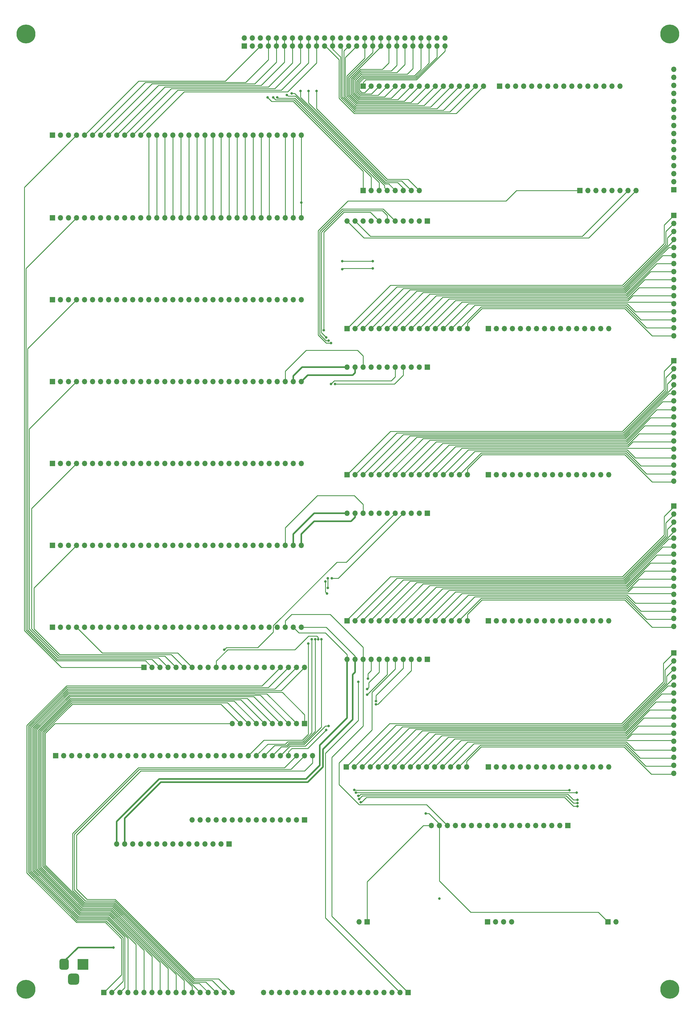
<source format=gbr>
%TF.GenerationSoftware,KiCad,Pcbnew,(5.1.10-1-10_14)*%
%TF.CreationDate,2021-11-23T13:55:23-05:00*%
%TF.ProjectId,FULL-assembly-backplane,46554c4c-2d61-4737-9365-6d626c792d62,rev?*%
%TF.SameCoordinates,Original*%
%TF.FileFunction,Copper,L2,Bot*%
%TF.FilePolarity,Positive*%
%FSLAX46Y46*%
G04 Gerber Fmt 4.6, Leading zero omitted, Abs format (unit mm)*
G04 Created by KiCad (PCBNEW (5.1.10-1-10_14)) date 2021-11-23 13:55:23*
%MOMM*%
%LPD*%
G01*
G04 APERTURE LIST*
%TA.AperFunction,ComponentPad*%
%ADD10O,1.700000X1.700000*%
%TD*%
%TA.AperFunction,ComponentPad*%
%ADD11R,1.700000X1.700000*%
%TD*%
%TA.AperFunction,ComponentPad*%
%ADD12C,6.000000*%
%TD*%
%TA.AperFunction,ComponentPad*%
%ADD13C,0.800000*%
%TD*%
%TA.AperFunction,ComponentPad*%
%ADD14R,3.500000X3.500000*%
%TD*%
%TA.AperFunction,ViaPad*%
%ADD15C,0.800000*%
%TD*%
%TA.AperFunction,Conductor*%
%ADD16C,0.250000*%
%TD*%
%TA.AperFunction,Conductor*%
%ADD17C,0.500000*%
%TD*%
G04 APERTURE END LIST*
D10*
%TO.P,J38,17*%
%TO.N,~UNUSED_READ_2*%
X167640000Y-305308000D03*
%TO.P,J38,16*%
%TO.N,~UNUSED_READ_1*%
X165100000Y-305308000D03*
%TO.P,J38,15*%
%TO.N,~UNUSED_READ_0*%
X162560000Y-305308000D03*
%TO.P,J38,14*%
%TO.N,~UNUSED_WRITE_13*%
X160020000Y-305308000D03*
%TO.P,J38,13*%
%TO.N,~UNUSED_WRITE_12*%
X157480000Y-305308000D03*
%TO.P,J38,12*%
%TO.N,~UNUSED_WRITE_11*%
X154940000Y-305308000D03*
%TO.P,J38,11*%
%TO.N,~UNUSED_WRITE_10*%
X152400000Y-305308000D03*
%TO.P,J38,10*%
%TO.N,~UNUSED_WRITE_9*%
X149860000Y-305308000D03*
%TO.P,J38,9*%
%TO.N,~UNUSED_WRITE_8*%
X147320000Y-305308000D03*
%TO.P,J38,8*%
%TO.N,~UNUSED_WRITE_7*%
X144780000Y-305308000D03*
%TO.P,J38,7*%
%TO.N,~UNUSED_WRITE_6*%
X142240000Y-305308000D03*
%TO.P,J38,6*%
%TO.N,~UNUSED_WRITE_5*%
X139700000Y-305308000D03*
%TO.P,J38,5*%
%TO.N,~UNUSED_WRITE_4*%
X137160000Y-305308000D03*
%TO.P,J38,4*%
%TO.N,~UNUSED_WRITE_3*%
X134620000Y-305308000D03*
%TO.P,J38,3*%
%TO.N,~UNUSED_WRITE_2*%
X132080000Y-305308000D03*
%TO.P,J38,2*%
%TO.N,~UNUSED_WRITE_1*%
X129540000Y-305308000D03*
D11*
%TO.P,J38,1*%
%TO.N,~UNUSED_WRITE_0*%
X127000000Y-305308000D03*
%TD*%
D12*
%TO.P,REF\u002A\u002A,1*%
%TO.N,N/C*%
X306070000Y-2032000D03*
D13*
X308320000Y-2032000D03*
X307660990Y-3622990D03*
X306070000Y-4282000D03*
X304479010Y-3622990D03*
X303820000Y-2032000D03*
X304479010Y-441010D03*
X306070000Y218000D03*
X307660990Y-441010D03*
%TD*%
%TO.P,REF\u002A\u002A,1*%
%TO.N,N/C*%
X103952990Y-441010D03*
X102362000Y218000D03*
X100771010Y-441010D03*
X100112000Y-2032000D03*
X100771010Y-3622990D03*
X102362000Y-4282000D03*
X103952990Y-3622990D03*
X104612000Y-2032000D03*
D12*
X102362000Y-2032000D03*
%TD*%
%TO.P,REF\u002A\u002A,1*%
%TO.N,N/C*%
X102362000Y-304292000D03*
D13*
X104612000Y-304292000D03*
X103952990Y-305882990D03*
X102362000Y-306542000D03*
X100771010Y-305882990D03*
X100112000Y-304292000D03*
X100771010Y-302701010D03*
X102362000Y-302042000D03*
X103952990Y-302701010D03*
%TD*%
%TO.P,REF\u002A\u002A,1*%
%TO.N,N/C*%
X307660990Y-302701010D03*
X306070000Y-302042000D03*
X304479010Y-302701010D03*
X303820000Y-304292000D03*
X304479010Y-305882990D03*
X306070000Y-306542000D03*
X307660990Y-305882990D03*
X308320000Y-304292000D03*
D12*
X306070000Y-304292000D03*
%TD*%
D10*
%TO.P,J23,19*%
%TO.N,\u03BC11*%
X177546000Y-305308000D03*
%TO.P,J23,18*%
%TO.N,\u03BC10*%
X180086000Y-305308000D03*
%TO.P,J23,17*%
%TO.N,\u03BC9*%
X182626000Y-305308000D03*
%TO.P,J23,16*%
%TO.N,\u03BC8*%
X185166000Y-305308000D03*
%TO.P,J23,15*%
%TO.N,RD0E*%
X187706000Y-305308000D03*
%TO.P,J23,14*%
%TO.N,RD1E*%
X190246000Y-305308000D03*
%TO.P,J23,13*%
%TO.N,RD2E*%
X192786000Y-305308000D03*
%TO.P,J23,12*%
%TO.N,WR0E*%
X195326000Y-305308000D03*
%TO.P,J23,11*%
%TO.N,WR1E*%
X197866000Y-305308000D03*
%TO.P,J23,10*%
%TO.N,\u03BC0*%
X200406000Y-305308000D03*
%TO.P,J23,9*%
%TO.N,\u03BC1*%
X202946000Y-305308000D03*
%TO.P,J23,8*%
%TO.N,\u03BC2*%
X205486000Y-305308000D03*
%TO.P,J23,7*%
%TO.N,\u03BC3*%
X208026000Y-305308000D03*
%TO.P,J23,6*%
%TO.N,OVERFLOW_FLAG*%
X210566000Y-305308000D03*
%TO.P,J23,5*%
%TO.N,ZERO_FLAG*%
X213106000Y-305308000D03*
%TO.P,J23,4*%
%TO.N,SIGN_FLAG*%
X215646000Y-305308000D03*
%TO.P,J23,3*%
%TO.N,CARRY_FLAG*%
X218186000Y-305308000D03*
%TO.P,J23,2*%
%TO.N,RESET*%
X220726000Y-305308000D03*
D11*
%TO.P,J23,1*%
%TO.N,CLOCK*%
X223266000Y-305308000D03*
%TD*%
D10*
%TO.P,J42,10*%
%TO.N,~UNUSED_WRITE_13*%
X167640000Y-220218000D03*
%TO.P,J42,9*%
%TO.N,~UNUSED_WRITE_12*%
X170180000Y-220218000D03*
%TO.P,J42,8*%
%TO.N,~UNUSED_WRITE_11*%
X172720000Y-220218000D03*
%TO.P,J42,7*%
%TO.N,~UNUSED_WRITE_10*%
X175260000Y-220218000D03*
%TO.P,J42,6*%
%TO.N,~UNUSED_WRITE_9*%
X177800000Y-220218000D03*
%TO.P,J42,5*%
%TO.N,~UNUSED_WRITE_8*%
X180340000Y-220218000D03*
%TO.P,J42,4*%
%TO.N,~UNUSED_WRITE_7*%
X182880000Y-220218000D03*
%TO.P,J42,3*%
%TO.N,~UNUSED_WRITE_6*%
X185420000Y-220218000D03*
%TO.P,J42,2*%
%TO.N,~UNUSED_WRITE_5*%
X187960000Y-220218000D03*
D11*
%TO.P,J42,1*%
%TO.N,~UNUSED_WRITE_4*%
X190500000Y-220218000D03*
%TD*%
D10*
%TO.P,J41,15*%
%TO.N,~JUMP*%
X154940000Y-250698000D03*
%TO.P,J41,14*%
%TO.N,~JG_JNLE*%
X157480000Y-250698000D03*
%TO.P,J41,13*%
%TO.N,~JLE_JNG*%
X160020000Y-250698000D03*
%TO.P,J41,12*%
%TO.N,~JGE_JNL*%
X162560000Y-250698000D03*
%TO.P,J41,11*%
%TO.N,~JL_JNGE*%
X165100000Y-250698000D03*
%TO.P,J41,10*%
%TO.N,~JA_JNBE*%
X167640000Y-250698000D03*
%TO.P,J41,9*%
%TO.N,~JBE_JNA*%
X170180000Y-250698000D03*
%TO.P,J41,8*%
%TO.N,~JNB_JAE_JNC*%
X172720000Y-250698000D03*
%TO.P,J41,7*%
%TO.N,~JB_JNAE_JC*%
X175260000Y-250698000D03*
%TO.P,J41,6*%
%TO.N,~JNE_JNZ*%
X177800000Y-250698000D03*
%TO.P,J41,5*%
%TO.N,~JE_JZ*%
X180340000Y-250698000D03*
%TO.P,J41,4*%
%TO.N,~JNS*%
X182880000Y-250698000D03*
%TO.P,J41,3*%
%TO.N,~JS*%
X185420000Y-250698000D03*
%TO.P,J41,2*%
%TO.N,~JNO*%
X187960000Y-250698000D03*
D11*
%TO.P,J41,1*%
%TO.N,~JO*%
X190500000Y-250698000D03*
%TD*%
D10*
%TO.P,J24,21*%
%TO.N,~UNUSED_WRITE_3*%
X190500000Y-202438000D03*
%TO.P,J24,20*%
%TO.N,~UNUSED_WRITE_2*%
X187960000Y-202438000D03*
%TO.P,J24,19*%
%TO.N,~UNUSED_WRITE_1*%
X185420000Y-202438000D03*
%TO.P,J24,18*%
%TO.N,~UNUSED_WRITE_0*%
X182880000Y-202438000D03*
%TO.P,J24,17*%
%TO.N,PC_INC*%
X180340000Y-202438000D03*
%TO.P,J24,16*%
%TO.N,PC_DEC*%
X177800000Y-202438000D03*
%TO.P,J24,15*%
%TO.N,TX_SEL*%
X175260000Y-202438000D03*
%TO.P,J24,14*%
%TO.N,~LD_STACK_P*%
X172720000Y-202438000D03*
%TO.P,J24,13*%
%TO.N,SP_INC*%
X170180000Y-202438000D03*
%TO.P,J24,12*%
%TO.N,SP_DEC*%
X167640000Y-202438000D03*
%TO.P,J24,11*%
%TO.N,~IN_LD*%
X165100000Y-202438000D03*
%TO.P,J24,10*%
%TO.N,~MAR_LD*%
X162560000Y-202438000D03*
%TO.P,J24,9*%
%TO.N,TX_MSB_IN*%
X160020000Y-202438000D03*
%TO.P,J24,8*%
%TO.N,TX_LS_IN*%
X157480000Y-202438000D03*
%TO.P,J24,7*%
%TO.N,I_CONST*%
X154940000Y-202438000D03*
%TO.P,J24,6*%
%TO.N,I_SCR_1*%
X152400000Y-202438000D03*
%TO.P,J24,5*%
%TO.N,I_SCR_0*%
X149860000Y-202438000D03*
%TO.P,J24,4*%
%TO.N,I_F*%
X147320000Y-202438000D03*
%TO.P,J24,3*%
%TO.N,I_E*%
X144780000Y-202438000D03*
%TO.P,J24,2*%
%TO.N,I_D*%
X142240000Y-202438000D03*
D11*
%TO.P,J24,1*%
%TO.N,I_C*%
X139700000Y-202438000D03*
%TD*%
D10*
%TO.P,J22,15*%
%TO.N,VCC*%
X131064000Y-258318000D03*
%TO.P,J22,14*%
%TO.N,GND*%
X133604000Y-258318000D03*
%TO.P,J22,13*%
%TO.N,\u03BC11*%
X136144000Y-258318000D03*
%TO.P,J22,12*%
%TO.N,\u03BC10*%
X138684000Y-258318000D03*
%TO.P,J22,11*%
%TO.N,\u03BC9*%
X141224000Y-258318000D03*
%TO.P,J22,10*%
%TO.N,\u03BC8*%
X143764000Y-258318000D03*
%TO.P,J22,9*%
%TO.N,RD0E*%
X146304000Y-258318000D03*
%TO.P,J22,8*%
%TO.N,RD1E*%
X148844000Y-258318000D03*
%TO.P,J22,7*%
%TO.N,RD2E*%
X151384000Y-258318000D03*
%TO.P,J22,6*%
%TO.N,WR0E*%
X153924000Y-258318000D03*
%TO.P,J22,5*%
%TO.N,WR1E*%
X156464000Y-258318000D03*
%TO.P,J22,4*%
%TO.N,\u03BC0*%
X159004000Y-258318000D03*
%TO.P,J22,3*%
%TO.N,\u03BC1*%
X161544000Y-258318000D03*
%TO.P,J22,2*%
%TO.N,\u03BC2*%
X164084000Y-258318000D03*
D11*
%TO.P,J22,1*%
%TO.N,\u03BC3*%
X166624000Y-258318000D03*
%TD*%
D10*
%TO.P,J31,33*%
%TO.N,~UNUSED_READ_2*%
X193040000Y-230378000D03*
%TO.P,J31,32*%
%TO.N,~UNUSED_READ_1*%
X190500000Y-230378000D03*
%TO.P,J31,31*%
%TO.N,~UNUSED_READ_0*%
X187960000Y-230378000D03*
%TO.P,J31,30*%
%TO.N,~PC_BO*%
X185420000Y-230378000D03*
%TO.P,J31,29*%
%TO.N,~PC_ADDR*%
X182880000Y-230378000D03*
%TO.P,J31,28*%
%TO.N,~MAR_BO*%
X180340000Y-230378000D03*
%TO.P,J31,27*%
%TO.N,~IN_BO*%
X177800000Y-230378000D03*
%TO.P,J31,26*%
%TO.N,~SP_BO*%
X175260000Y-230378000D03*
%TO.P,J31,25*%
%TO.N,~SP_ADDR*%
X172720000Y-230378000D03*
%TO.P,J31,24*%
%TO.N,~TX_LSB*%
X170180000Y-230378000D03*
%TO.P,J31,23*%
%TO.N,~TX_MSB*%
X167640000Y-230378000D03*
%TO.P,J31,22*%
%TO.N,~TX_ADDR*%
X165100000Y-230378000D03*
%TO.P,J31,21*%
%TO.N,O_CONST*%
X162560000Y-230378000D03*
%TO.P,J31,20*%
%TO.N,LSB_CONST*%
X160020000Y-230378000D03*
%TO.P,J31,19*%
%TO.N,MSB_CONST*%
X157480000Y-230378000D03*
%TO.P,J31,18*%
%TO.N,O_SCR_1*%
X154940000Y-230378000D03*
%TO.P,J31,17*%
%TO.N,LSB_SCR_1*%
X152400000Y-230378000D03*
%TO.P,J31,16*%
%TO.N,MSB_SCR_1*%
X149860000Y-230378000D03*
%TO.P,J31,15*%
%TO.N,O_SCR_0*%
X147320000Y-230378000D03*
%TO.P,J31,14*%
%TO.N,LSB_SCR_0*%
X144780000Y-230378000D03*
%TO.P,J31,13*%
%TO.N,MSB_SCR_0*%
X142240000Y-230378000D03*
%TO.P,J31,12*%
%TO.N,O_F*%
X139700000Y-230378000D03*
%TO.P,J31,11*%
%TO.N,LSB_F*%
X137160000Y-230378000D03*
%TO.P,J31,10*%
%TO.N,MSB_F*%
X134620000Y-230378000D03*
%TO.P,J31,9*%
%TO.N,O_E*%
X132080000Y-230378000D03*
%TO.P,J31,8*%
%TO.N,LSB_E*%
X129540000Y-230378000D03*
%TO.P,J31,7*%
%TO.N,MSB_E*%
X127000000Y-230378000D03*
%TO.P,J31,6*%
%TO.N,O_D*%
X124460000Y-230378000D03*
%TO.P,J31,5*%
%TO.N,LSB_D*%
X121920000Y-230378000D03*
%TO.P,J31,4*%
%TO.N,MSB_D*%
X119380000Y-230378000D03*
%TO.P,J31,3*%
%TO.N,O_C*%
X116840000Y-230378000D03*
%TO.P,J31,2*%
%TO.N,LSB_C*%
X114300000Y-230378000D03*
D11*
%TO.P,J31,1*%
%TO.N,MSB_C*%
X111760000Y-230378000D03*
%TD*%
%TO.P,J13,1*%
%TO.N,/PC_B0*%
X203708000Y-233934000D03*
D10*
%TO.P,J13,2*%
%TO.N,/PC_B1*%
X206248000Y-233934000D03*
%TO.P,J13,3*%
%TO.N,/PC_B2*%
X208788000Y-233934000D03*
%TO.P,J13,4*%
%TO.N,/PC_B3*%
X211328000Y-233934000D03*
%TO.P,J13,5*%
%TO.N,/PC_B4*%
X213868000Y-233934000D03*
%TO.P,J13,6*%
%TO.N,/PC_B5*%
X216408000Y-233934000D03*
%TO.P,J13,7*%
%TO.N,/PC_B6*%
X218948000Y-233934000D03*
%TO.P,J13,8*%
%TO.N,/PC_B7*%
X221488000Y-233934000D03*
%TO.P,J13,9*%
%TO.N,/PC_B8*%
X224028000Y-233934000D03*
%TO.P,J13,10*%
%TO.N,/PC_B9*%
X226568000Y-233934000D03*
%TO.P,J13,11*%
%TO.N,/PC_B10*%
X229108000Y-233934000D03*
%TO.P,J13,12*%
%TO.N,/PC_B11*%
X231648000Y-233934000D03*
%TO.P,J13,13*%
%TO.N,/PC_B12*%
X234188000Y-233934000D03*
%TO.P,J13,14*%
%TO.N,/PC_B13*%
X236728000Y-233934000D03*
%TO.P,J13,15*%
%TO.N,/PC_B14*%
X239268000Y-233934000D03*
%TO.P,J13,16*%
%TO.N,/PC_B15*%
X241808000Y-233934000D03*
%TD*%
%TO.P,J43,3*%
%TO.N,N/C*%
%TA.AperFunction,ComponentPad*%
G36*
G01*
X115646000Y-301993000D02*
X115646000Y-300243000D01*
G75*
G02*
X116521000Y-299368000I875000J0D01*
G01*
X118271000Y-299368000D01*
G75*
G02*
X119146000Y-300243000I0J-875000D01*
G01*
X119146000Y-301993000D01*
G75*
G02*
X118271000Y-302868000I-875000J0D01*
G01*
X116521000Y-302868000D01*
G75*
G02*
X115646000Y-301993000I0J875000D01*
G01*
G37*
%TD.AperFunction*%
%TO.P,J43,2*%
%TO.N,GND*%
%TA.AperFunction,ComponentPad*%
G36*
G01*
X112896000Y-297418000D02*
X112896000Y-295418000D01*
G75*
G02*
X113646000Y-294668000I750000J0D01*
G01*
X115146000Y-294668000D01*
G75*
G02*
X115896000Y-295418000I0J-750000D01*
G01*
X115896000Y-297418000D01*
G75*
G02*
X115146000Y-298168000I-750000J0D01*
G01*
X113646000Y-298168000D01*
G75*
G02*
X112896000Y-297418000I0J750000D01*
G01*
G37*
%TD.AperFunction*%
D14*
%TO.P,J43,1*%
%TO.N,VCC*%
X120396000Y-296418000D03*
%TD*%
D10*
%TO.P,J30,2*%
%TO.N,VCC*%
X289052000Y-282956000D03*
D11*
%TO.P,J30,1*%
X286512000Y-282956000D03*
%TD*%
D10*
%TO.P,J29,4*%
%TO.N,CARRY_FLAG*%
X256032000Y-282956000D03*
%TO.P,J29,3*%
%TO.N,SIGN_FLAG*%
X253492000Y-282956000D03*
%TO.P,J29,2*%
%TO.N,ZERO_FLAG*%
X250952000Y-282956000D03*
D11*
%TO.P,J29,1*%
%TO.N,OVERFLOW_FLAG*%
X248412000Y-282956000D03*
%TD*%
D10*
%TO.P,J28,18*%
%TO.N,GND*%
X230632000Y-252476000D03*
%TO.P,J28,17*%
%TO.N,VCC*%
X233172000Y-252476000D03*
%TO.P,J28,16*%
%TO.N,~PC_LD*%
X235712000Y-252476000D03*
%TO.P,J28,15*%
%TO.N,~JO*%
X238252000Y-252476000D03*
%TO.P,J28,14*%
%TO.N,~JNO*%
X240792000Y-252476000D03*
%TO.P,J28,13*%
%TO.N,~JS*%
X243332000Y-252476000D03*
%TO.P,J28,12*%
%TO.N,~JNS*%
X245872000Y-252476000D03*
%TO.P,J28,11*%
%TO.N,~JE_JZ*%
X248412000Y-252476000D03*
%TO.P,J28,10*%
%TO.N,~JNE_JNZ*%
X250952000Y-252476000D03*
%TO.P,J28,9*%
%TO.N,~JB_JNAE_JC*%
X253492000Y-252476000D03*
%TO.P,J28,8*%
%TO.N,~JNB_JAE_JNC*%
X256032000Y-252476000D03*
%TO.P,J28,7*%
%TO.N,~JBE_JNA*%
X258572000Y-252476000D03*
%TO.P,J28,6*%
%TO.N,~JA_JNBE*%
X261112000Y-252476000D03*
%TO.P,J28,5*%
%TO.N,~JL_JNGE*%
X263652000Y-252476000D03*
%TO.P,J28,4*%
%TO.N,~JGE_JNL*%
X266192000Y-252476000D03*
%TO.P,J28,3*%
%TO.N,~JLE_JNG*%
X268732000Y-252476000D03*
%TO.P,J28,2*%
%TO.N,~JG_JNLE*%
X271272000Y-252476000D03*
D11*
%TO.P,J28,1*%
%TO.N,~JUMP*%
X273812000Y-252476000D03*
%TD*%
D10*
%TO.P,J27,2*%
%TO.N,GND*%
X207772000Y-282956000D03*
D11*
%TO.P,J27,1*%
X210312000Y-282956000D03*
%TD*%
D10*
%TO.P,J26,32*%
%TO.N,GND*%
X189484000Y-189738000D03*
%TO.P,J26,31*%
%TO.N,VCC*%
X186944000Y-189738000D03*
%TO.P,J26,30*%
%TO.N,CLOCK*%
X184404000Y-189738000D03*
%TO.P,J26,29*%
%TO.N,Net-(J26-Pad29)*%
X181864000Y-189738000D03*
%TO.P,J26,28*%
%TO.N,M7*%
X179324000Y-189738000D03*
%TO.P,J26,27*%
%TO.N,M6*%
X176784000Y-189738000D03*
%TO.P,J26,26*%
%TO.N,M5*%
X174244000Y-189738000D03*
%TO.P,J26,25*%
%TO.N,M4*%
X171704000Y-189738000D03*
%TO.P,J26,24*%
%TO.N,M3*%
X169164000Y-189738000D03*
%TO.P,J26,23*%
%TO.N,M2*%
X166624000Y-189738000D03*
%TO.P,J26,22*%
%TO.N,M1*%
X164084000Y-189738000D03*
%TO.P,J26,21*%
%TO.N,M0*%
X161544000Y-189738000D03*
%TO.P,J26,20*%
%TO.N,L7*%
X159004000Y-189738000D03*
%TO.P,J26,19*%
%TO.N,L6*%
X156464000Y-189738000D03*
%TO.P,J26,18*%
%TO.N,L5*%
X153924000Y-189738000D03*
%TO.P,J26,17*%
%TO.N,L4*%
X151384000Y-189738000D03*
%TO.P,J26,16*%
%TO.N,L3*%
X148844000Y-189738000D03*
%TO.P,J26,15*%
%TO.N,L2*%
X146304000Y-189738000D03*
%TO.P,J26,14*%
%TO.N,L1*%
X143764000Y-189738000D03*
%TO.P,J26,13*%
%TO.N,L0*%
X141224000Y-189738000D03*
%TO.P,J26,12*%
%TO.N,BUS7*%
X138684000Y-189738000D03*
%TO.P,J26,11*%
%TO.N,BUS6*%
X136144000Y-189738000D03*
%TO.P,J26,10*%
%TO.N,BUS5*%
X133604000Y-189738000D03*
%TO.P,J26,9*%
%TO.N,BUS4*%
X131064000Y-189738000D03*
%TO.P,J26,8*%
%TO.N,BUS3*%
X128524000Y-189738000D03*
%TO.P,J26,7*%
%TO.N,BUS2*%
X125984000Y-189738000D03*
%TO.P,J26,6*%
%TO.N,BUS1*%
X123444000Y-189738000D03*
%TO.P,J26,5*%
%TO.N,BUS0*%
X120904000Y-189738000D03*
%TO.P,J26,4*%
%TO.N,I_CONST*%
X118364000Y-189738000D03*
%TO.P,J26,3*%
%TO.N,O_CONST*%
X115824000Y-189738000D03*
%TO.P,J26,2*%
%TO.N,LSB_CONST*%
X113284000Y-189738000D03*
D11*
%TO.P,J26,1*%
%TO.N,MSB_CONST*%
X110744000Y-189738000D03*
%TD*%
D10*
%TO.P,J25,32*%
%TO.N,GND*%
X189484000Y-163830000D03*
%TO.P,J25,31*%
%TO.N,VCC*%
X186944000Y-163830000D03*
%TO.P,J25,30*%
%TO.N,CLOCK*%
X184404000Y-163830000D03*
%TO.P,J25,29*%
%TO.N,Net-(J25-Pad29)*%
X181864000Y-163830000D03*
%TO.P,J25,28*%
%TO.N,M7*%
X179324000Y-163830000D03*
%TO.P,J25,27*%
%TO.N,M6*%
X176784000Y-163830000D03*
%TO.P,J25,26*%
%TO.N,M5*%
X174244000Y-163830000D03*
%TO.P,J25,25*%
%TO.N,M4*%
X171704000Y-163830000D03*
%TO.P,J25,24*%
%TO.N,M3*%
X169164000Y-163830000D03*
%TO.P,J25,23*%
%TO.N,M2*%
X166624000Y-163830000D03*
%TO.P,J25,22*%
%TO.N,M1*%
X164084000Y-163830000D03*
%TO.P,J25,21*%
%TO.N,M0*%
X161544000Y-163830000D03*
%TO.P,J25,20*%
%TO.N,L7*%
X159004000Y-163830000D03*
%TO.P,J25,19*%
%TO.N,L6*%
X156464000Y-163830000D03*
%TO.P,J25,18*%
%TO.N,L5*%
X153924000Y-163830000D03*
%TO.P,J25,17*%
%TO.N,L4*%
X151384000Y-163830000D03*
%TO.P,J25,16*%
%TO.N,L3*%
X148844000Y-163830000D03*
%TO.P,J25,15*%
%TO.N,L2*%
X146304000Y-163830000D03*
%TO.P,J25,14*%
%TO.N,L1*%
X143764000Y-163830000D03*
%TO.P,J25,13*%
%TO.N,L0*%
X141224000Y-163830000D03*
%TO.P,J25,12*%
%TO.N,BUS7*%
X138684000Y-163830000D03*
%TO.P,J25,11*%
%TO.N,BUS6*%
X136144000Y-163830000D03*
%TO.P,J25,10*%
%TO.N,BUS5*%
X133604000Y-163830000D03*
%TO.P,J25,9*%
%TO.N,BUS4*%
X131064000Y-163830000D03*
%TO.P,J25,8*%
%TO.N,BUS3*%
X128524000Y-163830000D03*
%TO.P,J25,7*%
%TO.N,BUS2*%
X125984000Y-163830000D03*
%TO.P,J25,6*%
%TO.N,BUS1*%
X123444000Y-163830000D03*
%TO.P,J25,5*%
%TO.N,BUS0*%
X120904000Y-163830000D03*
%TO.P,J25,4*%
%TO.N,I_SCR_1*%
X118364000Y-163830000D03*
%TO.P,J25,3*%
%TO.N,O_SCR_1*%
X115824000Y-163830000D03*
%TO.P,J25,2*%
%TO.N,LSB_SCR_1*%
X113284000Y-163830000D03*
D11*
%TO.P,J25,1*%
%TO.N,MSB_SCR_1*%
X110744000Y-163830000D03*
%TD*%
D10*
%TO.P,J21,11*%
%TO.N,VCC*%
X203962000Y-199898000D03*
%TO.P,J21,10*%
%TO.N,GND*%
X206502000Y-199898000D03*
%TO.P,J21,9*%
%TO.N,CLOCK*%
X209042000Y-199898000D03*
%TO.P,J21,8*%
%TO.N,RESET*%
X211582000Y-199898000D03*
%TO.P,J21,7*%
%TO.N,PC_DEC*%
X214122000Y-199898000D03*
%TO.P,J21,6*%
%TO.N,PC_INC*%
X216662000Y-199898000D03*
%TO.P,J21,5*%
%TO.N,~PC_LD*%
X219202000Y-199898000D03*
%TO.P,J21,4*%
%TO.N,~PC_BO*%
X221742000Y-199898000D03*
%TO.P,J21,3*%
%TO.N,~PC_ADDR*%
X224282000Y-199898000D03*
%TO.P,J21,2*%
%TO.N,Net-(J21-Pad2)*%
X226822000Y-199898000D03*
D11*
%TO.P,J21,1*%
%TO.N,Net-(J21-Pad1)*%
X229362000Y-199898000D03*
%TD*%
D10*
%TO.P,J20,11*%
%TO.N,VCC*%
X203962000Y-107442000D03*
%TO.P,J20,10*%
%TO.N,GND*%
X206502000Y-107442000D03*
%TO.P,J20,9*%
%TO.N,CLOCK*%
X209042000Y-107442000D03*
%TO.P,J20,8*%
%TO.N,RESET*%
X211582000Y-107442000D03*
%TO.P,J20,7*%
%TO.N,Net-(J20-Pad7)*%
X214122000Y-107442000D03*
%TO.P,J20,6*%
%TO.N,Net-(J20-Pad6)*%
X216662000Y-107442000D03*
%TO.P,J20,5*%
%TO.N,~MAR_LD*%
X219202000Y-107442000D03*
%TO.P,J20,4*%
%TO.N,~MAR_BO*%
X221742000Y-107442000D03*
%TO.P,J20,3*%
%TO.N,Net-(J20-Pad3)*%
X224282000Y-107442000D03*
%TO.P,J20,2*%
%TO.N,Net-(J20-Pad2)*%
X226822000Y-107442000D03*
D11*
%TO.P,J20,1*%
%TO.N,Net-(J20-Pad1)*%
X229362000Y-107442000D03*
%TD*%
D10*
%TO.P,J19,11*%
%TO.N,VCC*%
X203962000Y-153670000D03*
%TO.P,J19,10*%
%TO.N,GND*%
X206502000Y-153670000D03*
%TO.P,J19,9*%
%TO.N,CLOCK*%
X209042000Y-153670000D03*
%TO.P,J19,8*%
%TO.N,RESET*%
X211582000Y-153670000D03*
%TO.P,J19,7*%
%TO.N,Net-(J19-Pad7)*%
X214122000Y-153670000D03*
%TO.P,J19,6*%
%TO.N,Net-(J19-Pad6)*%
X216662000Y-153670000D03*
%TO.P,J19,5*%
%TO.N,~IN_LD*%
X219202000Y-153670000D03*
%TO.P,J19,4*%
%TO.N,~IN_BO*%
X221742000Y-153670000D03*
%TO.P,J19,3*%
%TO.N,Net-(J19-Pad3)*%
X224282000Y-153670000D03*
%TO.P,J19,2*%
%TO.N,Net-(J19-Pad2)*%
X226822000Y-153670000D03*
D11*
%TO.P,J19,1*%
%TO.N,Net-(J19-Pad1)*%
X229362000Y-153670000D03*
%TD*%
D10*
%TO.P,J18,11*%
%TO.N,VCC*%
X203962000Y-61214000D03*
%TO.P,J18,10*%
%TO.N,GND*%
X206502000Y-61214000D03*
%TO.P,J18,9*%
%TO.N,CLOCK*%
X209042000Y-61214000D03*
%TO.P,J18,8*%
%TO.N,RESET*%
X211582000Y-61214000D03*
%TO.P,J18,7*%
%TO.N,SP_DEC*%
X214122000Y-61214000D03*
%TO.P,J18,6*%
%TO.N,SP_INC*%
X216662000Y-61214000D03*
%TO.P,J18,5*%
%TO.N,~LD_STACK_P*%
X219202000Y-61214000D03*
%TO.P,J18,4*%
%TO.N,~SP_BO*%
X221742000Y-61214000D03*
%TO.P,J18,3*%
%TO.N,~SP_ADDR*%
X224282000Y-61214000D03*
%TO.P,J18,2*%
%TO.N,Net-(J18-Pad2)*%
X226822000Y-61214000D03*
D11*
%TO.P,J18,1*%
%TO.N,Net-(J18-Pad1)*%
X229362000Y-61214000D03*
%TD*%
D10*
%TO.P,J17,16*%
%TO.N,/MAR_B15*%
X307340000Y-143510000D03*
%TO.P,J17,15*%
%TO.N,/MAR_B14*%
X307340000Y-140970000D03*
%TO.P,J17,14*%
%TO.N,/MAR_B13*%
X307340000Y-138430000D03*
%TO.P,J17,13*%
%TO.N,/MAR_B12*%
X307340000Y-135890000D03*
%TO.P,J17,12*%
%TO.N,/MAR_B11*%
X307340000Y-133350000D03*
%TO.P,J17,11*%
%TO.N,/MAR_B10*%
X307340000Y-130810000D03*
%TO.P,J17,10*%
%TO.N,/MAR_B9*%
X307340000Y-128270000D03*
%TO.P,J17,9*%
%TO.N,/MAR_B8*%
X307340000Y-125730000D03*
%TO.P,J17,8*%
%TO.N,/MAR_B7*%
X307340000Y-123190000D03*
%TO.P,J17,7*%
%TO.N,/MAR_B6*%
X307340000Y-120650000D03*
%TO.P,J17,6*%
%TO.N,/MAR_B5*%
X307340000Y-118110000D03*
%TO.P,J17,5*%
%TO.N,/MAR_B4*%
X307340000Y-115570000D03*
%TO.P,J17,4*%
%TO.N,/MAR_B3*%
X307340000Y-113030000D03*
%TO.P,J17,3*%
%TO.N,/MAR_B2*%
X307340000Y-110490000D03*
%TO.P,J17,2*%
%TO.N,/MAR_B1*%
X307340000Y-107950000D03*
D11*
%TO.P,J17,1*%
%TO.N,/MAR_B0*%
X307340000Y-105410000D03*
%TD*%
D10*
%TO.P,J16,16*%
%TO.N,/MAR_B15*%
X242062000Y-141478000D03*
%TO.P,J16,15*%
%TO.N,/MAR_B14*%
X239522000Y-141478000D03*
%TO.P,J16,14*%
%TO.N,/MAR_B13*%
X236982000Y-141478000D03*
%TO.P,J16,13*%
%TO.N,/MAR_B12*%
X234442000Y-141478000D03*
%TO.P,J16,12*%
%TO.N,/MAR_B11*%
X231902000Y-141478000D03*
%TO.P,J16,11*%
%TO.N,/MAR_B10*%
X229362000Y-141478000D03*
%TO.P,J16,10*%
%TO.N,/MAR_B9*%
X226822000Y-141478000D03*
%TO.P,J16,9*%
%TO.N,/MAR_B8*%
X224282000Y-141478000D03*
%TO.P,J16,8*%
%TO.N,/MAR_B7*%
X221742000Y-141478000D03*
%TO.P,J16,7*%
%TO.N,/MAR_B6*%
X219202000Y-141478000D03*
%TO.P,J16,6*%
%TO.N,/MAR_B5*%
X216662000Y-141478000D03*
%TO.P,J16,5*%
%TO.N,/MAR_B4*%
X214122000Y-141478000D03*
%TO.P,J16,4*%
%TO.N,/MAR_B3*%
X211582000Y-141478000D03*
%TO.P,J16,3*%
%TO.N,/MAR_B2*%
X209042000Y-141478000D03*
%TO.P,J16,2*%
%TO.N,/MAR_B1*%
X206502000Y-141478000D03*
D11*
%TO.P,J16,1*%
%TO.N,/MAR_B0*%
X203962000Y-141478000D03*
%TD*%
D10*
%TO.P,J15,16*%
%TO.N,M7*%
X286766000Y-141478000D03*
%TO.P,J15,15*%
%TO.N,M6*%
X284226000Y-141478000D03*
%TO.P,J15,14*%
%TO.N,M5*%
X281686000Y-141478000D03*
%TO.P,J15,13*%
%TO.N,M4*%
X279146000Y-141478000D03*
%TO.P,J15,12*%
%TO.N,M3*%
X276606000Y-141478000D03*
%TO.P,J15,11*%
%TO.N,M2*%
X274066000Y-141478000D03*
%TO.P,J15,10*%
%TO.N,M1*%
X271526000Y-141478000D03*
%TO.P,J15,9*%
%TO.N,M0*%
X268986000Y-141478000D03*
%TO.P,J15,8*%
%TO.N,L7*%
X266446000Y-141478000D03*
%TO.P,J15,7*%
%TO.N,L6*%
X263906000Y-141478000D03*
%TO.P,J15,6*%
%TO.N,L5*%
X261366000Y-141478000D03*
%TO.P,J15,5*%
%TO.N,L4*%
X258826000Y-141478000D03*
%TO.P,J15,4*%
%TO.N,L3*%
X256286000Y-141478000D03*
%TO.P,J15,3*%
%TO.N,L2*%
X253746000Y-141478000D03*
%TO.P,J15,2*%
%TO.N,L1*%
X251206000Y-141478000D03*
D11*
%TO.P,J15,1*%
%TO.N,L0*%
X248666000Y-141478000D03*
%TD*%
D10*
%TO.P,J14,16*%
%TO.N,/PC_B15*%
X307340000Y-235966000D03*
%TO.P,J14,15*%
%TO.N,/PC_B14*%
X307340000Y-233426000D03*
%TO.P,J14,14*%
%TO.N,/PC_B13*%
X307340000Y-230886000D03*
%TO.P,J14,13*%
%TO.N,/PC_B12*%
X307340000Y-228346000D03*
%TO.P,J14,12*%
%TO.N,/PC_B11*%
X307340000Y-225806000D03*
%TO.P,J14,11*%
%TO.N,/PC_B10*%
X307340000Y-223266000D03*
%TO.P,J14,10*%
%TO.N,/PC_B9*%
X307340000Y-220726000D03*
%TO.P,J14,9*%
%TO.N,/PC_B8*%
X307340000Y-218186000D03*
%TO.P,J14,8*%
%TO.N,/PC_B7*%
X307340000Y-215646000D03*
%TO.P,J14,7*%
%TO.N,/PC_B6*%
X307340000Y-213106000D03*
%TO.P,J14,6*%
%TO.N,/PC_B5*%
X307340000Y-210566000D03*
%TO.P,J14,5*%
%TO.N,/PC_B4*%
X307340000Y-208026000D03*
%TO.P,J14,4*%
%TO.N,/PC_B3*%
X307340000Y-205486000D03*
%TO.P,J14,3*%
%TO.N,/PC_B2*%
X307340000Y-202946000D03*
%TO.P,J14,2*%
%TO.N,/PC_B1*%
X307340000Y-200406000D03*
D11*
%TO.P,J14,1*%
%TO.N,/PC_B0*%
X307340000Y-197866000D03*
%TD*%
D10*
%TO.P,J12,16*%
%TO.N,M7*%
X286766000Y-233934000D03*
%TO.P,J12,15*%
%TO.N,M6*%
X284226000Y-233934000D03*
%TO.P,J12,14*%
%TO.N,M5*%
X281686000Y-233934000D03*
%TO.P,J12,13*%
%TO.N,M4*%
X279146000Y-233934000D03*
%TO.P,J12,12*%
%TO.N,M3*%
X276606000Y-233934000D03*
%TO.P,J12,11*%
%TO.N,M2*%
X274066000Y-233934000D03*
%TO.P,J12,10*%
%TO.N,M1*%
X271526000Y-233934000D03*
%TO.P,J12,9*%
%TO.N,M0*%
X268986000Y-233934000D03*
%TO.P,J12,8*%
%TO.N,L7*%
X266446000Y-233934000D03*
%TO.P,J12,7*%
%TO.N,L6*%
X263906000Y-233934000D03*
%TO.P,J12,6*%
%TO.N,L5*%
X261366000Y-233934000D03*
%TO.P,J12,5*%
%TO.N,L4*%
X258826000Y-233934000D03*
%TO.P,J12,4*%
%TO.N,L3*%
X256286000Y-233934000D03*
%TO.P,J12,3*%
%TO.N,L2*%
X253746000Y-233934000D03*
%TO.P,J12,2*%
%TO.N,L1*%
X251206000Y-233934000D03*
D11*
%TO.P,J12,1*%
%TO.N,L0*%
X248666000Y-233934000D03*
%TD*%
D10*
%TO.P,J11,16*%
%TO.N,/IN_B15*%
X307340000Y-189484000D03*
%TO.P,J11,15*%
%TO.N,/IN_B14*%
X307340000Y-186944000D03*
%TO.P,J11,14*%
%TO.N,/IN_B13*%
X307340000Y-184404000D03*
%TO.P,J11,13*%
%TO.N,/IN_B12*%
X307340000Y-181864000D03*
%TO.P,J11,12*%
%TO.N,/IN_B11*%
X307340000Y-179324000D03*
%TO.P,J11,11*%
%TO.N,/IN_B10*%
X307340000Y-176784000D03*
%TO.P,J11,10*%
%TO.N,/IN_B9*%
X307340000Y-174244000D03*
%TO.P,J11,9*%
%TO.N,/IN_B8*%
X307340000Y-171704000D03*
%TO.P,J11,8*%
%TO.N,/IN_B7*%
X307340000Y-169164000D03*
%TO.P,J11,7*%
%TO.N,/IN_B6*%
X307340000Y-166624000D03*
%TO.P,J11,6*%
%TO.N,/IN_B5*%
X307340000Y-164084000D03*
%TO.P,J11,5*%
%TO.N,/IN_B4*%
X307340000Y-161544000D03*
%TO.P,J11,4*%
%TO.N,/IN_B3*%
X307340000Y-159004000D03*
%TO.P,J11,3*%
%TO.N,/IN_B2*%
X307340000Y-156464000D03*
%TO.P,J11,2*%
%TO.N,/IN_B1*%
X307340000Y-153924000D03*
D11*
%TO.P,J11,1*%
%TO.N,/IN_B0*%
X307340000Y-151384000D03*
%TD*%
D10*
%TO.P,J10,16*%
%TO.N,/IN_B15*%
X242062000Y-187706000D03*
%TO.P,J10,15*%
%TO.N,/IN_B14*%
X239522000Y-187706000D03*
%TO.P,J10,14*%
%TO.N,/IN_B13*%
X236982000Y-187706000D03*
%TO.P,J10,13*%
%TO.N,/IN_B12*%
X234442000Y-187706000D03*
%TO.P,J10,12*%
%TO.N,/IN_B11*%
X231902000Y-187706000D03*
%TO.P,J10,11*%
%TO.N,/IN_B10*%
X229362000Y-187706000D03*
%TO.P,J10,10*%
%TO.N,/IN_B9*%
X226822000Y-187706000D03*
%TO.P,J10,9*%
%TO.N,/IN_B8*%
X224282000Y-187706000D03*
%TO.P,J10,8*%
%TO.N,/IN_B7*%
X221742000Y-187706000D03*
%TO.P,J10,7*%
%TO.N,/IN_B6*%
X219202000Y-187706000D03*
%TO.P,J10,6*%
%TO.N,/IN_B5*%
X216662000Y-187706000D03*
%TO.P,J10,5*%
%TO.N,/IN_B4*%
X214122000Y-187706000D03*
%TO.P,J10,4*%
%TO.N,/IN_B3*%
X211582000Y-187706000D03*
%TO.P,J10,3*%
%TO.N,/IN_B2*%
X209042000Y-187706000D03*
%TO.P,J10,2*%
%TO.N,/IN_B1*%
X206502000Y-187706000D03*
D11*
%TO.P,J10,1*%
%TO.N,/IN_B0*%
X203962000Y-187706000D03*
%TD*%
D10*
%TO.P,J9,16*%
%TO.N,M7*%
X286766000Y-187706000D03*
%TO.P,J9,15*%
%TO.N,M6*%
X284226000Y-187706000D03*
%TO.P,J9,14*%
%TO.N,M5*%
X281686000Y-187706000D03*
%TO.P,J9,13*%
%TO.N,M4*%
X279146000Y-187706000D03*
%TO.P,J9,12*%
%TO.N,M3*%
X276606000Y-187706000D03*
%TO.P,J9,11*%
%TO.N,M2*%
X274066000Y-187706000D03*
%TO.P,J9,10*%
%TO.N,M1*%
X271526000Y-187706000D03*
%TO.P,J9,9*%
%TO.N,M0*%
X268986000Y-187706000D03*
%TO.P,J9,8*%
%TO.N,L7*%
X266446000Y-187706000D03*
%TO.P,J9,7*%
%TO.N,L6*%
X263906000Y-187706000D03*
%TO.P,J9,6*%
%TO.N,L5*%
X261366000Y-187706000D03*
%TO.P,J9,5*%
%TO.N,L4*%
X258826000Y-187706000D03*
%TO.P,J9,4*%
%TO.N,L3*%
X256286000Y-187706000D03*
%TO.P,J9,3*%
%TO.N,L2*%
X253746000Y-187706000D03*
%TO.P,J9,2*%
%TO.N,L1*%
X251206000Y-187706000D03*
D11*
%TO.P,J9,1*%
%TO.N,L0*%
X248666000Y-187706000D03*
%TD*%
D10*
%TO.P,J8,16*%
%TO.N,/SP_B15*%
X307340000Y-97536000D03*
%TO.P,J8,15*%
%TO.N,/SP_B14*%
X307340000Y-94996000D03*
%TO.P,J8,14*%
%TO.N,/SP_B13*%
X307340000Y-92456000D03*
%TO.P,J8,13*%
%TO.N,/SP_B12*%
X307340000Y-89916000D03*
%TO.P,J8,12*%
%TO.N,/SP_B11*%
X307340000Y-87376000D03*
%TO.P,J8,11*%
%TO.N,/SP_B10*%
X307340000Y-84836000D03*
%TO.P,J8,10*%
%TO.N,/SP_B9*%
X307340000Y-82296000D03*
%TO.P,J8,9*%
%TO.N,/SP_B8*%
X307340000Y-79756000D03*
%TO.P,J8,8*%
%TO.N,/SP_B7*%
X307340000Y-77216000D03*
%TO.P,J8,7*%
%TO.N,/SP_B6*%
X307340000Y-74676000D03*
%TO.P,J8,6*%
%TO.N,/SP_B5*%
X307340000Y-72136000D03*
%TO.P,J8,5*%
%TO.N,/SP_B4*%
X307340000Y-69596000D03*
%TO.P,J8,4*%
%TO.N,/SP_B3*%
X307340000Y-67056000D03*
%TO.P,J8,3*%
%TO.N,/SP_B2*%
X307340000Y-64516000D03*
%TO.P,J8,2*%
%TO.N,/SP_B1*%
X307340000Y-61976000D03*
D11*
%TO.P,J8,1*%
%TO.N,/SP_B0*%
X307340000Y-59436000D03*
%TD*%
D10*
%TO.P,J7,16*%
%TO.N,/SP_B15*%
X242062000Y-95250000D03*
%TO.P,J7,15*%
%TO.N,/SP_B14*%
X239522000Y-95250000D03*
%TO.P,J7,14*%
%TO.N,/SP_B13*%
X236982000Y-95250000D03*
%TO.P,J7,13*%
%TO.N,/SP_B12*%
X234442000Y-95250000D03*
%TO.P,J7,12*%
%TO.N,/SP_B11*%
X231902000Y-95250000D03*
%TO.P,J7,11*%
%TO.N,/SP_B10*%
X229362000Y-95250000D03*
%TO.P,J7,10*%
%TO.N,/SP_B9*%
X226822000Y-95250000D03*
%TO.P,J7,9*%
%TO.N,/SP_B8*%
X224282000Y-95250000D03*
%TO.P,J7,8*%
%TO.N,/SP_B7*%
X221742000Y-95250000D03*
%TO.P,J7,7*%
%TO.N,/SP_B6*%
X219202000Y-95250000D03*
%TO.P,J7,6*%
%TO.N,/SP_B5*%
X216662000Y-95250000D03*
%TO.P,J7,5*%
%TO.N,/SP_B4*%
X214122000Y-95250000D03*
%TO.P,J7,4*%
%TO.N,/SP_B3*%
X211582000Y-95250000D03*
%TO.P,J7,3*%
%TO.N,/SP_B2*%
X209042000Y-95250000D03*
%TO.P,J7,2*%
%TO.N,/SP_B1*%
X206502000Y-95250000D03*
D11*
%TO.P,J7,1*%
%TO.N,/SP_B0*%
X203962000Y-95250000D03*
%TD*%
D10*
%TO.P,J6,16*%
%TO.N,M7*%
X286766000Y-95250000D03*
%TO.P,J6,15*%
%TO.N,M6*%
X284226000Y-95250000D03*
%TO.P,J6,14*%
%TO.N,M5*%
X281686000Y-95250000D03*
%TO.P,J6,13*%
%TO.N,M4*%
X279146000Y-95250000D03*
%TO.P,J6,12*%
%TO.N,M3*%
X276606000Y-95250000D03*
%TO.P,J6,11*%
%TO.N,M2*%
X274066000Y-95250000D03*
%TO.P,J6,10*%
%TO.N,M1*%
X271526000Y-95250000D03*
%TO.P,J6,9*%
%TO.N,M0*%
X268986000Y-95250000D03*
%TO.P,J6,8*%
%TO.N,L7*%
X266446000Y-95250000D03*
%TO.P,J6,7*%
%TO.N,L6*%
X263906000Y-95250000D03*
%TO.P,J6,6*%
%TO.N,L5*%
X261366000Y-95250000D03*
%TO.P,J6,5*%
%TO.N,L4*%
X258826000Y-95250000D03*
%TO.P,J6,4*%
%TO.N,L3*%
X256286000Y-95250000D03*
%TO.P,J6,3*%
%TO.N,L2*%
X253746000Y-95250000D03*
%TO.P,J6,2*%
%TO.N,L1*%
X251206000Y-95250000D03*
D11*
%TO.P,J6,1*%
%TO.N,L0*%
X248666000Y-95250000D03*
%TD*%
D10*
%TO.P,J5,16*%
%TO.N,/TX15*%
X307340000Y-13208000D03*
%TO.P,J5,15*%
%TO.N,/TX14*%
X307340000Y-15748000D03*
%TO.P,J5,14*%
%TO.N,/TX13*%
X307340000Y-18288000D03*
%TO.P,J5,13*%
%TO.N,/TX12*%
X307340000Y-20828000D03*
%TO.P,J5,12*%
%TO.N,/TX11*%
X307340000Y-23368000D03*
%TO.P,J5,11*%
%TO.N,/TX10*%
X307340000Y-25908000D03*
%TO.P,J5,10*%
%TO.N,/TX9*%
X307340000Y-28448000D03*
%TO.P,J5,9*%
%TO.N,/TX8*%
X307340000Y-30988000D03*
%TO.P,J5,8*%
%TO.N,/TX7*%
X307340000Y-33528000D03*
%TO.P,J5,7*%
%TO.N,/TX6*%
X307340000Y-36068000D03*
%TO.P,J5,6*%
%TO.N,/TX5*%
X307340000Y-38608000D03*
%TO.P,J5,5*%
%TO.N,/TX4*%
X307340000Y-41148000D03*
%TO.P,J5,4*%
%TO.N,/TX3*%
X307340000Y-43688000D03*
%TO.P,J5,3*%
%TO.N,/TX2*%
X307340000Y-46228000D03*
%TO.P,J5,2*%
%TO.N,/TX1*%
X307340000Y-48768000D03*
D11*
%TO.P,J5,1*%
%TO.N,/TX0*%
X307340000Y-51308000D03*
%TD*%
D10*
%TO.P,J4,8*%
%TO.N,VCC*%
X295402000Y-51562000D03*
%TO.P,J4,7*%
%TO.N,GND*%
X292862000Y-51562000D03*
%TO.P,J4,6*%
%TO.N,~TX_ADDR*%
X290322000Y-51562000D03*
%TO.P,J4,5*%
%TO.N,~TX_MSB*%
X287782000Y-51562000D03*
%TO.P,J4,4*%
%TO.N,~TX_LSB*%
X285242000Y-51562000D03*
%TO.P,J4,3*%
%TO.N,TX_MSB_IN*%
X282702000Y-51562000D03*
%TO.P,J4,2*%
%TO.N,TX_LS_IN*%
X280162000Y-51562000D03*
D11*
%TO.P,J4,1*%
%TO.N,TX_SEL*%
X277622000Y-51562000D03*
%TD*%
D10*
%TO.P,J3,8*%
%TO.N,BUS7*%
X226822000Y-51562000D03*
%TO.P,J3,7*%
%TO.N,BUS6*%
X224282000Y-51562000D03*
%TO.P,J3,6*%
%TO.N,BUS5*%
X221742000Y-51562000D03*
%TO.P,J3,5*%
%TO.N,BUS4*%
X219202000Y-51562000D03*
%TO.P,J3,4*%
%TO.N,BUS3*%
X216662000Y-51562000D03*
%TO.P,J3,3*%
%TO.N,BUS2*%
X214122000Y-51562000D03*
%TO.P,J3,2*%
%TO.N,BUS1*%
X211582000Y-51562000D03*
D11*
%TO.P,J3,1*%
%TO.N,BUS0*%
X209042000Y-51562000D03*
%TD*%
D10*
%TO.P,J2,16*%
%TO.N,/TX15*%
X290322000Y-18542000D03*
%TO.P,J2,15*%
%TO.N,/TX14*%
X287782000Y-18542000D03*
%TO.P,J2,14*%
%TO.N,/TX13*%
X285242000Y-18542000D03*
%TO.P,J2,13*%
%TO.N,/TX12*%
X282702000Y-18542000D03*
%TO.P,J2,12*%
%TO.N,/TX11*%
X280162000Y-18542000D03*
%TO.P,J2,11*%
%TO.N,/TX10*%
X277622000Y-18542000D03*
%TO.P,J2,10*%
%TO.N,/TX9*%
X275082000Y-18542000D03*
%TO.P,J2,9*%
%TO.N,/TX8*%
X272542000Y-18542000D03*
%TO.P,J2,8*%
%TO.N,/TX7*%
X270002000Y-18542000D03*
%TO.P,J2,7*%
%TO.N,/TX6*%
X267462000Y-18542000D03*
%TO.P,J2,6*%
%TO.N,/TX5*%
X264922000Y-18542000D03*
%TO.P,J2,5*%
%TO.N,/TX4*%
X262382000Y-18542000D03*
%TO.P,J2,4*%
%TO.N,/TX3*%
X259842000Y-18542000D03*
%TO.P,J2,3*%
%TO.N,/TX2*%
X257302000Y-18542000D03*
%TO.P,J2,2*%
%TO.N,/TX1*%
X254762000Y-18542000D03*
D11*
%TO.P,J2,1*%
%TO.N,/TX0*%
X252222000Y-18542000D03*
%TD*%
D10*
%TO.P,J1,16*%
%TO.N,M7*%
X247142000Y-18542000D03*
%TO.P,J1,15*%
%TO.N,M6*%
X244602000Y-18542000D03*
%TO.P,J1,14*%
%TO.N,M5*%
X242062000Y-18542000D03*
%TO.P,J1,13*%
%TO.N,M4*%
X239522000Y-18542000D03*
%TO.P,J1,12*%
%TO.N,M3*%
X236982000Y-18542000D03*
%TO.P,J1,11*%
%TO.N,M2*%
X234442000Y-18542000D03*
%TO.P,J1,10*%
%TO.N,M1*%
X231902000Y-18542000D03*
%TO.P,J1,9*%
%TO.N,M0*%
X229362000Y-18542000D03*
%TO.P,J1,8*%
%TO.N,L7*%
X226822000Y-18542000D03*
%TO.P,J1,7*%
%TO.N,L6*%
X224282000Y-18542000D03*
%TO.P,J1,6*%
%TO.N,L5*%
X221742000Y-18542000D03*
%TO.P,J1,5*%
%TO.N,L4*%
X219202000Y-18542000D03*
%TO.P,J1,4*%
%TO.N,L3*%
X216662000Y-18542000D03*
%TO.P,J1,3*%
%TO.N,L2*%
X214122000Y-18542000D03*
%TO.P,J1,2*%
%TO.N,L1*%
X211582000Y-18542000D03*
D11*
%TO.P,J1,1*%
%TO.N,L0*%
X209042000Y-18542000D03*
%TD*%
D10*
%TO.P,J37,52*%
%TO.N,L0*%
X234950000Y-3302000D03*
%TO.P,J37,51*%
X234950000Y-5842000D03*
%TO.P,J37,50*%
%TO.N,L1*%
X232410000Y-3302000D03*
%TO.P,J37,49*%
X232410000Y-5842000D03*
%TO.P,J37,48*%
%TO.N,L2*%
X229870000Y-3302000D03*
%TO.P,J37,47*%
X229870000Y-5842000D03*
%TO.P,J37,46*%
%TO.N,L3*%
X227330000Y-3302000D03*
%TO.P,J37,45*%
X227330000Y-5842000D03*
%TO.P,J37,44*%
%TO.N,L4*%
X224790000Y-3302000D03*
%TO.P,J37,43*%
X224790000Y-5842000D03*
%TO.P,J37,42*%
%TO.N,L5*%
X222250000Y-3302000D03*
%TO.P,J37,41*%
X222250000Y-5842000D03*
%TO.P,J37,40*%
%TO.N,L6*%
X219710000Y-3302000D03*
%TO.P,J37,39*%
X219710000Y-5842000D03*
%TO.P,J37,38*%
%TO.N,L7*%
X217170000Y-3302000D03*
%TO.P,J37,37*%
X217170000Y-5842000D03*
%TO.P,J37,36*%
%TO.N,M0*%
X214630000Y-3302000D03*
%TO.P,J37,35*%
X214630000Y-5842000D03*
%TO.P,J37,34*%
%TO.N,M1*%
X212090000Y-3302000D03*
%TO.P,J37,33*%
X212090000Y-5842000D03*
%TO.P,J37,32*%
%TO.N,M2*%
X209550000Y-3302000D03*
%TO.P,J37,31*%
X209550000Y-5842000D03*
%TO.P,J37,30*%
%TO.N,M3*%
X207010000Y-3302000D03*
%TO.P,J37,29*%
X207010000Y-5842000D03*
%TO.P,J37,28*%
%TO.N,M4*%
X204470000Y-3302000D03*
%TO.P,J37,27*%
X204470000Y-5842000D03*
%TO.P,J37,26*%
%TO.N,M5*%
X201930000Y-3302000D03*
%TO.P,J37,25*%
X201930000Y-5842000D03*
%TO.P,J37,24*%
%TO.N,M6*%
X199390000Y-3302000D03*
%TO.P,J37,23*%
X199390000Y-5842000D03*
%TO.P,J37,22*%
%TO.N,M7*%
X196850000Y-3302000D03*
%TO.P,J37,21*%
X196850000Y-5842000D03*
%TO.P,J37,20*%
%TO.N,BUS7*%
X194310000Y-3302000D03*
%TO.P,J37,19*%
X194310000Y-5842000D03*
%TO.P,J37,18*%
%TO.N,BUS6*%
X191770000Y-3302000D03*
%TO.P,J37,17*%
X191770000Y-5842000D03*
%TO.P,J37,16*%
%TO.N,BUS5*%
X189230000Y-3302000D03*
%TO.P,J37,15*%
X189230000Y-5842000D03*
%TO.P,J37,14*%
%TO.N,BUS4*%
X186690000Y-3302000D03*
%TO.P,J37,13*%
X186690000Y-5842000D03*
%TO.P,J37,12*%
%TO.N,BUS3*%
X184150000Y-3302000D03*
%TO.P,J37,11*%
X184150000Y-5842000D03*
%TO.P,J37,10*%
%TO.N,BUS2*%
X181610000Y-3302000D03*
%TO.P,J37,9*%
X181610000Y-5842000D03*
%TO.P,J37,8*%
%TO.N,BUS1*%
X179070000Y-3302000D03*
%TO.P,J37,7*%
X179070000Y-5842000D03*
%TO.P,J37,6*%
%TO.N,BUS0*%
X176530000Y-3302000D03*
%TO.P,J37,5*%
X176530000Y-5842000D03*
%TO.P,J37,4*%
%TO.N,GND*%
X173990000Y-3302000D03*
%TO.P,J37,3*%
X173990000Y-5842000D03*
%TO.P,J37,2*%
%TO.N,VCC*%
X171450000Y-3302000D03*
D11*
%TO.P,J37,1*%
X171450000Y-5842000D03*
%TD*%
%TO.P,J33,1*%
%TO.N,MSB_D*%
X110744000Y-60198000D03*
D10*
%TO.P,J33,2*%
%TO.N,LSB_D*%
X113284000Y-60198000D03*
%TO.P,J33,3*%
%TO.N,O_D*%
X115824000Y-60198000D03*
%TO.P,J33,4*%
%TO.N,I_D*%
X118364000Y-60198000D03*
%TO.P,J33,5*%
%TO.N,BUS0*%
X120904000Y-60198000D03*
%TO.P,J33,6*%
%TO.N,BUS1*%
X123444000Y-60198000D03*
%TO.P,J33,7*%
%TO.N,BUS2*%
X125984000Y-60198000D03*
%TO.P,J33,8*%
%TO.N,BUS3*%
X128524000Y-60198000D03*
%TO.P,J33,9*%
%TO.N,BUS4*%
X131064000Y-60198000D03*
%TO.P,J33,10*%
%TO.N,BUS5*%
X133604000Y-60198000D03*
%TO.P,J33,11*%
%TO.N,BUS6*%
X136144000Y-60198000D03*
%TO.P,J33,12*%
%TO.N,BUS7*%
X138684000Y-60198000D03*
%TO.P,J33,13*%
%TO.N,L0*%
X141224000Y-60198000D03*
%TO.P,J33,14*%
%TO.N,L1*%
X143764000Y-60198000D03*
%TO.P,J33,15*%
%TO.N,L2*%
X146304000Y-60198000D03*
%TO.P,J33,16*%
%TO.N,L3*%
X148844000Y-60198000D03*
%TO.P,J33,17*%
%TO.N,L4*%
X151384000Y-60198000D03*
%TO.P,J33,18*%
%TO.N,L5*%
X153924000Y-60198000D03*
%TO.P,J33,19*%
%TO.N,L6*%
X156464000Y-60198000D03*
%TO.P,J33,20*%
%TO.N,L7*%
X159004000Y-60198000D03*
%TO.P,J33,21*%
%TO.N,M0*%
X161544000Y-60198000D03*
%TO.P,J33,22*%
%TO.N,M1*%
X164084000Y-60198000D03*
%TO.P,J33,23*%
%TO.N,M2*%
X166624000Y-60198000D03*
%TO.P,J33,24*%
%TO.N,M3*%
X169164000Y-60198000D03*
%TO.P,J33,25*%
%TO.N,M4*%
X171704000Y-60198000D03*
%TO.P,J33,26*%
%TO.N,M5*%
X174244000Y-60198000D03*
%TO.P,J33,27*%
%TO.N,M6*%
X176784000Y-60198000D03*
%TO.P,J33,28*%
%TO.N,M7*%
X179324000Y-60198000D03*
%TO.P,J33,29*%
%TO.N,Net-(J33-Pad29)*%
X181864000Y-60198000D03*
%TO.P,J33,30*%
%TO.N,CLOCK*%
X184404000Y-60198000D03*
%TO.P,J33,31*%
%TO.N,VCC*%
X186944000Y-60198000D03*
%TO.P,J33,32*%
%TO.N,GND*%
X189484000Y-60198000D03*
%TD*%
D11*
%TO.P,J35,1*%
%TO.N,MSB_F*%
X110744000Y-112014000D03*
D10*
%TO.P,J35,2*%
%TO.N,LSB_F*%
X113284000Y-112014000D03*
%TO.P,J35,3*%
%TO.N,O_F*%
X115824000Y-112014000D03*
%TO.P,J35,4*%
%TO.N,I_F*%
X118364000Y-112014000D03*
%TO.P,J35,5*%
%TO.N,BUS0*%
X120904000Y-112014000D03*
%TO.P,J35,6*%
%TO.N,BUS1*%
X123444000Y-112014000D03*
%TO.P,J35,7*%
%TO.N,BUS2*%
X125984000Y-112014000D03*
%TO.P,J35,8*%
%TO.N,BUS3*%
X128524000Y-112014000D03*
%TO.P,J35,9*%
%TO.N,BUS4*%
X131064000Y-112014000D03*
%TO.P,J35,10*%
%TO.N,BUS5*%
X133604000Y-112014000D03*
%TO.P,J35,11*%
%TO.N,BUS6*%
X136144000Y-112014000D03*
%TO.P,J35,12*%
%TO.N,BUS7*%
X138684000Y-112014000D03*
%TO.P,J35,13*%
%TO.N,L0*%
X141224000Y-112014000D03*
%TO.P,J35,14*%
%TO.N,L1*%
X143764000Y-112014000D03*
%TO.P,J35,15*%
%TO.N,L2*%
X146304000Y-112014000D03*
%TO.P,J35,16*%
%TO.N,L3*%
X148844000Y-112014000D03*
%TO.P,J35,17*%
%TO.N,L4*%
X151384000Y-112014000D03*
%TO.P,J35,18*%
%TO.N,L5*%
X153924000Y-112014000D03*
%TO.P,J35,19*%
%TO.N,L6*%
X156464000Y-112014000D03*
%TO.P,J35,20*%
%TO.N,L7*%
X159004000Y-112014000D03*
%TO.P,J35,21*%
%TO.N,M0*%
X161544000Y-112014000D03*
%TO.P,J35,22*%
%TO.N,M1*%
X164084000Y-112014000D03*
%TO.P,J35,23*%
%TO.N,M2*%
X166624000Y-112014000D03*
%TO.P,J35,24*%
%TO.N,M3*%
X169164000Y-112014000D03*
%TO.P,J35,25*%
%TO.N,M4*%
X171704000Y-112014000D03*
%TO.P,J35,26*%
%TO.N,M5*%
X174244000Y-112014000D03*
%TO.P,J35,27*%
%TO.N,M6*%
X176784000Y-112014000D03*
%TO.P,J35,28*%
%TO.N,M7*%
X179324000Y-112014000D03*
%TO.P,J35,29*%
%TO.N,Net-(J35-Pad29)*%
X181864000Y-112014000D03*
%TO.P,J35,30*%
%TO.N,CLOCK*%
X184404000Y-112014000D03*
%TO.P,J35,31*%
%TO.N,VCC*%
X186944000Y-112014000D03*
%TO.P,J35,32*%
%TO.N,GND*%
X189484000Y-112014000D03*
%TD*%
D11*
%TO.P,J34,1*%
%TO.N,MSB_E*%
X110744000Y-86106000D03*
D10*
%TO.P,J34,2*%
%TO.N,LSB_E*%
X113284000Y-86106000D03*
%TO.P,J34,3*%
%TO.N,O_E*%
X115824000Y-86106000D03*
%TO.P,J34,4*%
%TO.N,I_E*%
X118364000Y-86106000D03*
%TO.P,J34,5*%
%TO.N,BUS0*%
X120904000Y-86106000D03*
%TO.P,J34,6*%
%TO.N,BUS1*%
X123444000Y-86106000D03*
%TO.P,J34,7*%
%TO.N,BUS2*%
X125984000Y-86106000D03*
%TO.P,J34,8*%
%TO.N,BUS3*%
X128524000Y-86106000D03*
%TO.P,J34,9*%
%TO.N,BUS4*%
X131064000Y-86106000D03*
%TO.P,J34,10*%
%TO.N,BUS5*%
X133604000Y-86106000D03*
%TO.P,J34,11*%
%TO.N,BUS6*%
X136144000Y-86106000D03*
%TO.P,J34,12*%
%TO.N,BUS7*%
X138684000Y-86106000D03*
%TO.P,J34,13*%
%TO.N,L0*%
X141224000Y-86106000D03*
%TO.P,J34,14*%
%TO.N,L1*%
X143764000Y-86106000D03*
%TO.P,J34,15*%
%TO.N,L2*%
X146304000Y-86106000D03*
%TO.P,J34,16*%
%TO.N,L3*%
X148844000Y-86106000D03*
%TO.P,J34,17*%
%TO.N,L4*%
X151384000Y-86106000D03*
%TO.P,J34,18*%
%TO.N,L5*%
X153924000Y-86106000D03*
%TO.P,J34,19*%
%TO.N,L6*%
X156464000Y-86106000D03*
%TO.P,J34,20*%
%TO.N,L7*%
X159004000Y-86106000D03*
%TO.P,J34,21*%
%TO.N,M0*%
X161544000Y-86106000D03*
%TO.P,J34,22*%
%TO.N,M1*%
X164084000Y-86106000D03*
%TO.P,J34,23*%
%TO.N,M2*%
X166624000Y-86106000D03*
%TO.P,J34,24*%
%TO.N,M3*%
X169164000Y-86106000D03*
%TO.P,J34,25*%
%TO.N,M4*%
X171704000Y-86106000D03*
%TO.P,J34,26*%
%TO.N,M5*%
X174244000Y-86106000D03*
%TO.P,J34,27*%
%TO.N,M6*%
X176784000Y-86106000D03*
%TO.P,J34,28*%
%TO.N,M7*%
X179324000Y-86106000D03*
%TO.P,J34,29*%
%TO.N,Net-(J34-Pad29)*%
X181864000Y-86106000D03*
%TO.P,J34,30*%
%TO.N,CLOCK*%
X184404000Y-86106000D03*
%TO.P,J34,31*%
%TO.N,VCC*%
X186944000Y-86106000D03*
%TO.P,J34,32*%
%TO.N,GND*%
X189484000Y-86106000D03*
%TD*%
D11*
%TO.P,J36,1*%
%TO.N,MSB_SCR_0*%
X110744000Y-137922000D03*
D10*
%TO.P,J36,2*%
%TO.N,LSB_SCR_0*%
X113284000Y-137922000D03*
%TO.P,J36,3*%
%TO.N,O_SCR_0*%
X115824000Y-137922000D03*
%TO.P,J36,4*%
%TO.N,I_SCR_0*%
X118364000Y-137922000D03*
%TO.P,J36,5*%
%TO.N,BUS0*%
X120904000Y-137922000D03*
%TO.P,J36,6*%
%TO.N,BUS1*%
X123444000Y-137922000D03*
%TO.P,J36,7*%
%TO.N,BUS2*%
X125984000Y-137922000D03*
%TO.P,J36,8*%
%TO.N,BUS3*%
X128524000Y-137922000D03*
%TO.P,J36,9*%
%TO.N,BUS4*%
X131064000Y-137922000D03*
%TO.P,J36,10*%
%TO.N,BUS5*%
X133604000Y-137922000D03*
%TO.P,J36,11*%
%TO.N,BUS6*%
X136144000Y-137922000D03*
%TO.P,J36,12*%
%TO.N,BUS7*%
X138684000Y-137922000D03*
%TO.P,J36,13*%
%TO.N,L0*%
X141224000Y-137922000D03*
%TO.P,J36,14*%
%TO.N,L1*%
X143764000Y-137922000D03*
%TO.P,J36,15*%
%TO.N,L2*%
X146304000Y-137922000D03*
%TO.P,J36,16*%
%TO.N,L3*%
X148844000Y-137922000D03*
%TO.P,J36,17*%
%TO.N,L4*%
X151384000Y-137922000D03*
%TO.P,J36,18*%
%TO.N,L5*%
X153924000Y-137922000D03*
%TO.P,J36,19*%
%TO.N,L6*%
X156464000Y-137922000D03*
%TO.P,J36,20*%
%TO.N,L7*%
X159004000Y-137922000D03*
%TO.P,J36,21*%
%TO.N,M0*%
X161544000Y-137922000D03*
%TO.P,J36,22*%
%TO.N,M1*%
X164084000Y-137922000D03*
%TO.P,J36,23*%
%TO.N,M2*%
X166624000Y-137922000D03*
%TO.P,J36,24*%
%TO.N,M3*%
X169164000Y-137922000D03*
%TO.P,J36,25*%
%TO.N,M4*%
X171704000Y-137922000D03*
%TO.P,J36,26*%
%TO.N,M5*%
X174244000Y-137922000D03*
%TO.P,J36,27*%
%TO.N,M6*%
X176784000Y-137922000D03*
%TO.P,J36,28*%
%TO.N,M7*%
X179324000Y-137922000D03*
%TO.P,J36,29*%
%TO.N,Net-(J36-Pad29)*%
X181864000Y-137922000D03*
%TO.P,J36,30*%
%TO.N,CLOCK*%
X184404000Y-137922000D03*
%TO.P,J36,31*%
%TO.N,VCC*%
X186944000Y-137922000D03*
%TO.P,J36,32*%
%TO.N,GND*%
X189484000Y-137922000D03*
%TD*%
D11*
%TO.P,J32,1*%
%TO.N,MSB_C*%
X110744000Y-34036000D03*
D10*
%TO.P,J32,2*%
%TO.N,LSB_C*%
X113284000Y-34036000D03*
%TO.P,J32,3*%
%TO.N,O_C*%
X115824000Y-34036000D03*
%TO.P,J32,4*%
%TO.N,I_C*%
X118364000Y-34036000D03*
%TO.P,J32,5*%
%TO.N,BUS0*%
X120904000Y-34036000D03*
%TO.P,J32,6*%
%TO.N,BUS1*%
X123444000Y-34036000D03*
%TO.P,J32,7*%
%TO.N,BUS2*%
X125984000Y-34036000D03*
%TO.P,J32,8*%
%TO.N,BUS3*%
X128524000Y-34036000D03*
%TO.P,J32,9*%
%TO.N,BUS4*%
X131064000Y-34036000D03*
%TO.P,J32,10*%
%TO.N,BUS5*%
X133604000Y-34036000D03*
%TO.P,J32,11*%
%TO.N,BUS6*%
X136144000Y-34036000D03*
%TO.P,J32,12*%
%TO.N,BUS7*%
X138684000Y-34036000D03*
%TO.P,J32,13*%
%TO.N,L0*%
X141224000Y-34036000D03*
%TO.P,J32,14*%
%TO.N,L1*%
X143764000Y-34036000D03*
%TO.P,J32,15*%
%TO.N,L2*%
X146304000Y-34036000D03*
%TO.P,J32,16*%
%TO.N,L3*%
X148844000Y-34036000D03*
%TO.P,J32,17*%
%TO.N,L4*%
X151384000Y-34036000D03*
%TO.P,J32,18*%
%TO.N,L5*%
X153924000Y-34036000D03*
%TO.P,J32,19*%
%TO.N,L6*%
X156464000Y-34036000D03*
%TO.P,J32,20*%
%TO.N,L7*%
X159004000Y-34036000D03*
%TO.P,J32,21*%
%TO.N,M0*%
X161544000Y-34036000D03*
%TO.P,J32,22*%
%TO.N,M1*%
X164084000Y-34036000D03*
%TO.P,J32,23*%
%TO.N,M2*%
X166624000Y-34036000D03*
%TO.P,J32,24*%
%TO.N,M3*%
X169164000Y-34036000D03*
%TO.P,J32,25*%
%TO.N,M4*%
X171704000Y-34036000D03*
%TO.P,J32,26*%
%TO.N,M5*%
X174244000Y-34036000D03*
%TO.P,J32,27*%
%TO.N,M6*%
X176784000Y-34036000D03*
%TO.P,J32,28*%
%TO.N,M7*%
X179324000Y-34036000D03*
%TO.P,J32,29*%
%TO.N,Net-(J32-Pad29)*%
X181864000Y-34036000D03*
%TO.P,J32,30*%
%TO.N,CLOCK*%
X184404000Y-34036000D03*
%TO.P,J32,31*%
%TO.N,VCC*%
X186944000Y-34036000D03*
%TO.P,J32,32*%
%TO.N,GND*%
X189484000Y-34036000D03*
%TD*%
D15*
%TO.N,GND*%
X189484000Y-55372000D03*
X130048000Y-291084000D03*
%TO.N,VCC*%
X233172000Y-275590000D03*
X228854000Y-248666000D03*
%TO.N,BUS7*%
X194310000Y-20066000D03*
%TO.N,BUS6*%
X191770000Y-20066000D03*
%TO.N,BUS5*%
X189230000Y-20066000D03*
%TO.N,BUS4*%
X186436000Y-20828000D03*
%TO.N,BUS3*%
X184912000Y-21336000D03*
%TO.N,BUS2*%
X181864000Y-22098000D03*
%TO.N,BUS1*%
X180594000Y-22098000D03*
%TO.N,BUS0*%
X178816000Y-22098000D03*
%TO.N,TX_SEL*%
X198882000Y-99822000D03*
%TO.N,RESET*%
X207518000Y-207010000D03*
X210566000Y-205994000D03*
%TO.N,SP_DEC*%
X196559010Y-95838795D03*
%TO.N,SP_INC*%
X197358000Y-98044000D03*
%TO.N,~SP_BO*%
X212090000Y-73914000D03*
X202438000Y-73913996D03*
X192786000Y-193548000D03*
%TO.N,~IN_LD*%
X165100000Y-196850000D03*
%TO.N,~IN_BO*%
X193817987Y-193548000D03*
X199136000Y-174244000D03*
%TO.N,~MAR_LD*%
X198882000Y-112776000D03*
X197104000Y-175260000D03*
X197612000Y-179070000D03*
X194818000Y-193548000D03*
%TO.N,~MAR_BO*%
X197866000Y-177292000D03*
X197866000Y-174244000D03*
X200152000Y-112776000D03*
X195817971Y-193557087D03*
%TO.N,PC_DEC*%
X210312000Y-209296000D03*
%TO.N,PC_INC*%
X210312000Y-211074000D03*
%TO.N,~PC_BO*%
X197358000Y-222250000D03*
X213106000Y-213106000D03*
%TO.N,~LD_STACK_P*%
X198120000Y-99060000D03*
%TO.N,~TX_ADDR*%
X276860000Y-246380000D03*
X208280000Y-245110000D03*
%TO.N,~TX_MSB*%
X207772000Y-244094000D03*
X276860000Y-245364000D03*
%TO.N,~TX_LSB*%
X276860000Y-244348000D03*
X207518000Y-243078000D03*
%TO.N,TX_MSB_IN*%
X274320000Y-241300000D03*
X206201294Y-241229940D03*
%TO.N,TX_LS_IN*%
X276606000Y-242062000D03*
X206756000Y-242061998D03*
%TO.N,~SP_ADDR*%
X212090000Y-76200000D03*
X202438000Y-76454000D03*
X191675001Y-194912999D03*
%TO.N,~PC_ADDR*%
X198120000Y-220980000D03*
X213106000Y-214122000D03*
%TD*%
D16*
%TO.N,GND*%
X292862000Y-51562000D02*
X278384000Y-66040000D01*
X211328000Y-66040000D02*
X206502000Y-61214000D01*
X278384000Y-66040000D02*
X211328000Y-66040000D01*
X230632000Y-252476000D02*
X228092000Y-252476000D01*
X210312000Y-270256000D02*
X210312000Y-282956000D01*
X228092000Y-252476000D02*
X210312000Y-270256000D01*
X189484000Y-189738000D02*
X197358000Y-189738000D01*
X206502000Y-198882000D02*
X206502000Y-199898000D01*
X197358000Y-189738000D02*
X206502000Y-198882000D01*
X189484000Y-55372000D02*
X189484000Y-60198000D01*
X189484000Y-34036000D02*
X189484000Y-55372000D01*
D17*
X206502000Y-107442000D02*
X206502000Y-109220000D01*
X206502000Y-109220000D02*
X205740000Y-109982000D01*
X191516000Y-109982000D02*
X189484000Y-112014000D01*
X205740000Y-109982000D02*
X191516000Y-109982000D01*
X206502000Y-153670000D02*
X206502000Y-154940000D01*
X206502000Y-154940000D02*
X205232000Y-156210000D01*
X205232000Y-156210000D02*
X193548000Y-156210000D01*
X189484000Y-160274000D02*
X189484000Y-163830000D01*
X193548000Y-156210000D02*
X189484000Y-160274000D01*
X206502000Y-199898000D02*
X206502000Y-203962000D01*
X206502000Y-203962000D02*
X205740000Y-204724000D01*
X205740000Y-204724000D02*
X205740000Y-218948000D01*
X205740000Y-218948000D02*
X196342000Y-228346000D01*
X196342000Y-228346000D02*
X196342000Y-233934000D01*
X196342000Y-233934000D02*
X191516000Y-238760000D01*
X191516000Y-238760000D02*
X145034000Y-238760000D01*
X133604000Y-250190000D02*
X133604000Y-258318000D01*
X145034000Y-238760000D02*
X133604000Y-250190000D01*
X130048000Y-291084000D02*
X118872000Y-291084000D01*
X114396000Y-295560000D02*
X114396000Y-296418000D01*
X118872000Y-291084000D02*
X114396000Y-295560000D01*
D16*
%TO.N,VCC*%
X186944000Y-60198000D02*
X186944000Y-34036000D01*
X203962000Y-61214000D02*
X209296000Y-66548000D01*
X280416000Y-66548000D02*
X295402000Y-51562000D01*
X209296000Y-66548000D02*
X280416000Y-66548000D01*
X233172000Y-252476000D02*
X233172000Y-270002000D01*
X233172000Y-270002000D02*
X243078000Y-279908000D01*
X283464000Y-279908000D02*
X286512000Y-282956000D01*
X243078000Y-279908000D02*
X283464000Y-279908000D01*
X197104000Y-191516000D02*
X203962000Y-198374000D01*
X203962000Y-198374000D02*
X203962000Y-199898000D01*
X188722000Y-191516000D02*
X197104000Y-191516000D01*
X186944000Y-189738000D02*
X188722000Y-191516000D01*
X228854000Y-248666000D02*
X229870000Y-248666000D01*
X233172000Y-251968000D02*
X233172000Y-252476000D01*
X229870000Y-248666000D02*
X233172000Y-251968000D01*
D17*
X186944000Y-112014000D02*
X186944000Y-110236000D01*
X189738000Y-107442000D02*
X203962000Y-107442000D01*
X186944000Y-110236000D02*
X189738000Y-107442000D01*
X186944000Y-163830000D02*
X186944000Y-160274000D01*
X193548000Y-153670000D02*
X203962000Y-153670000D01*
X186944000Y-160274000D02*
X193548000Y-153670000D01*
X131064000Y-258318000D02*
X131064000Y-251206000D01*
X131064000Y-251206000D02*
X144526000Y-237744000D01*
X144526000Y-237744000D02*
X191008000Y-237744000D01*
X191008000Y-237744000D02*
X195326000Y-233426000D01*
X195326000Y-233426000D02*
X195326000Y-227076000D01*
X203962000Y-218440000D02*
X203962000Y-199898000D01*
X195326000Y-227076000D02*
X203962000Y-218440000D01*
D16*
%TO.N,CLOCK*%
X184404000Y-34036000D02*
X184404000Y-60198000D01*
X209042000Y-107442000D02*
X209042000Y-103886000D01*
X209042000Y-103886000D02*
X207264000Y-102108000D01*
X207264000Y-102108000D02*
X191008000Y-102108000D01*
X184404000Y-108712000D02*
X184404000Y-112014000D01*
X191008000Y-102108000D02*
X184404000Y-108712000D01*
X209042000Y-153670000D02*
X209042000Y-150876000D01*
X209042000Y-150876000D02*
X206248000Y-148082000D01*
X206248000Y-148082000D02*
X194564000Y-148082000D01*
X184404000Y-158242000D02*
X184404000Y-163830000D01*
X194564000Y-148082000D02*
X184404000Y-158242000D01*
X209042000Y-199898000D02*
X209042000Y-196088000D01*
X209042000Y-196088000D02*
X198628000Y-185674000D01*
X198628000Y-185674000D02*
X186436000Y-185674000D01*
X184404000Y-187706000D02*
X184404000Y-189738000D01*
X186436000Y-185674000D02*
X184404000Y-187706000D01*
X209042000Y-199898000D02*
X209042000Y-220980000D01*
X199136000Y-281178000D02*
X223266000Y-305308000D01*
X209042000Y-220980000D02*
X199136000Y-230886000D01*
X199136000Y-230886000D02*
X199136000Y-281178000D01*
%TO.N,/SP_B0*%
X307340000Y-59436000D02*
X304292000Y-62484000D01*
X304292000Y-62484000D02*
X304292000Y-68326000D01*
X304292000Y-68326000D02*
X291084000Y-81534000D01*
X217678000Y-81534000D02*
X203962000Y-95250000D01*
X291084000Y-81534000D02*
X217678000Y-81534000D01*
%TO.N,/SP_B1*%
X206502000Y-95250000D02*
X219710000Y-82042000D01*
X219710000Y-82042000D02*
X291338000Y-82042000D01*
X291338000Y-82042000D02*
X304800000Y-68580000D01*
X304800000Y-64516000D02*
X307340000Y-61976000D01*
X304800000Y-68580000D02*
X304800000Y-64516000D01*
%TO.N,/SP_B2*%
X305250011Y-66605989D02*
X305250011Y-68766400D01*
X307340000Y-64516000D02*
X305250011Y-66605989D01*
X305250011Y-68766400D02*
X291466410Y-82550000D01*
X291466410Y-82550000D02*
X221742000Y-82550000D01*
X221742000Y-82550000D02*
X209042000Y-95250000D01*
%TO.N,/SP_B3*%
X291652810Y-83000011D02*
X307340000Y-67312821D01*
X307340000Y-67312821D02*
X307340000Y-67056000D01*
X223831989Y-83000011D02*
X291652810Y-83000011D01*
X211582000Y-95250000D02*
X223831989Y-83000011D01*
%TO.N,/SP_B4*%
X307340000Y-69596000D02*
X305693232Y-69596000D01*
X225921978Y-83450022D02*
X214122000Y-95250000D01*
X291839210Y-83450022D02*
X225921978Y-83450022D01*
X305693232Y-69596000D02*
X291839210Y-83450022D01*
%TO.N,/SP_B5*%
X228011967Y-83900033D02*
X292025610Y-83900033D01*
X303789643Y-72136000D02*
X307340000Y-72136000D01*
X216662000Y-95250000D02*
X228011967Y-83900033D01*
X292025610Y-83900033D02*
X303789643Y-72136000D01*
%TO.N,/SP_B6*%
X307340000Y-74676000D02*
X301886055Y-74676000D01*
X230101956Y-84350044D02*
X219202000Y-95250000D01*
X301886055Y-74676000D02*
X292212011Y-84350044D01*
X292212011Y-84350044D02*
X230101956Y-84350044D01*
%TO.N,/SP_B7*%
X232156000Y-84836000D02*
X292362465Y-84836000D01*
X299982465Y-77216000D02*
X307340000Y-77216000D01*
X221742000Y-95250000D02*
X232156000Y-84836000D01*
X292362465Y-84836000D02*
X299982465Y-77216000D01*
%TO.N,/SP_B8*%
X307340000Y-79756000D02*
X298078876Y-79756000D01*
X292490876Y-85344000D02*
X234188000Y-85344000D01*
X234188000Y-85344000D02*
X224282000Y-95250000D01*
X298078876Y-79756000D02*
X292490876Y-85344000D01*
%TO.N,/SP_B9*%
X226822000Y-95250000D02*
X236220000Y-85852000D01*
X236220000Y-85852000D02*
X292733590Y-85852000D01*
X292733590Y-85852000D02*
X296289590Y-82296000D01*
X296289590Y-82296000D02*
X307340000Y-82296000D01*
%TO.N,/SP_B10*%
X292862000Y-86360000D02*
X238252000Y-86360000D01*
X294386000Y-84836000D02*
X292862000Y-86360000D01*
X238252000Y-86360000D02*
X229362000Y-95250000D01*
X307340000Y-84836000D02*
X294386000Y-84836000D01*
%TO.N,/SP_B11*%
X231902000Y-95250000D02*
X240284000Y-86868000D01*
X306832000Y-86868000D02*
X307340000Y-87376000D01*
X240284000Y-86868000D02*
X306832000Y-86868000D01*
%TO.N,/SP_B12*%
X307340000Y-89916000D02*
X295148000Y-89916000D01*
X295148000Y-89916000D02*
X292608000Y-87376000D01*
X242316000Y-87376000D02*
X234442000Y-95250000D01*
X292608000Y-87376000D02*
X242316000Y-87376000D01*
%TO.N,/SP_B13*%
X236982000Y-95250000D02*
X244348000Y-87884000D01*
X244348000Y-87884000D02*
X292354000Y-87884000D01*
X296926000Y-92456000D02*
X307340000Y-92456000D01*
X292354000Y-87884000D02*
X296926000Y-92456000D01*
%TO.N,/SP_B14*%
X307340000Y-94996000D02*
X298704000Y-94996000D01*
X298704000Y-94996000D02*
X292100000Y-88392000D01*
X246380000Y-88392000D02*
X239522000Y-95250000D01*
X292100000Y-88392000D02*
X246380000Y-88392000D01*
%TO.N,/SP_B15*%
X242062000Y-95250000D02*
X242062000Y-93472000D01*
X242062000Y-93472000D02*
X246634000Y-88900000D01*
X246634000Y-88900000D02*
X291846000Y-88900000D01*
X300482000Y-97536000D02*
X307340000Y-97536000D01*
X291846000Y-88900000D02*
X300482000Y-97536000D01*
%TO.N,/IN_B15*%
X242062000Y-187452000D02*
X242062000Y-185674000D01*
X291846000Y-181102000D02*
X300482000Y-189738000D01*
X300482000Y-189738000D02*
X307340000Y-189738000D01*
X242062000Y-185674000D02*
X246634000Y-181102000D01*
X246634000Y-181102000D02*
X291846000Y-181102000D01*
%TO.N,/IN_B14*%
X307340000Y-187198000D02*
X298704000Y-187198000D01*
X246380000Y-180594000D02*
X239522000Y-187452000D01*
X292100000Y-180594000D02*
X246380000Y-180594000D01*
X298704000Y-187198000D02*
X292100000Y-180594000D01*
%TO.N,/IN_B13*%
X244348000Y-180086000D02*
X292354000Y-180086000D01*
X296926000Y-184658000D02*
X307340000Y-184658000D01*
X292354000Y-180086000D02*
X296926000Y-184658000D01*
X236982000Y-187452000D02*
X244348000Y-180086000D01*
%TO.N,/IN_B12*%
X242316000Y-179578000D02*
X234442000Y-187452000D01*
X307340000Y-182118000D02*
X295148000Y-182118000D01*
X292608000Y-179578000D02*
X242316000Y-179578000D01*
X295148000Y-182118000D02*
X292608000Y-179578000D01*
%TO.N,/IN_B11*%
X306832000Y-179070000D02*
X307340000Y-179578000D01*
X240284000Y-179070000D02*
X306832000Y-179070000D01*
X231902000Y-187452000D02*
X240284000Y-179070000D01*
%TO.N,/IN_B10*%
X238252000Y-178562000D02*
X229362000Y-187452000D01*
X292862000Y-178562000D02*
X238252000Y-178562000D01*
X307340000Y-177038000D02*
X294386000Y-177038000D01*
X294386000Y-177038000D02*
X292862000Y-178562000D01*
%TO.N,/IN_B9*%
X292733590Y-178054000D02*
X296289590Y-174498000D01*
X296289590Y-174498000D02*
X307340000Y-174498000D01*
X226822000Y-187452000D02*
X236220000Y-178054000D01*
X236220000Y-178054000D02*
X292733590Y-178054000D01*
%TO.N,/IN_B8*%
X234188000Y-177546000D02*
X224282000Y-187452000D01*
X292490876Y-177546000D02*
X234188000Y-177546000D01*
X298078876Y-171958000D02*
X292490876Y-177546000D01*
X307340000Y-171958000D02*
X298078876Y-171958000D01*
%TO.N,/IN_B7*%
X292362465Y-177038000D02*
X299982465Y-169418000D01*
X232156000Y-177038000D02*
X292362465Y-177038000D01*
X299982465Y-169418000D02*
X307340000Y-169418000D01*
X221742000Y-187452000D02*
X232156000Y-177038000D01*
%TO.N,/IN_B6*%
X301886055Y-166878000D02*
X292212011Y-176552044D01*
X230101956Y-176552044D02*
X219202000Y-187452000D01*
X307340000Y-166878000D02*
X301886055Y-166878000D01*
X292212011Y-176552044D02*
X230101956Y-176552044D01*
%TO.N,/IN_B5*%
X303789643Y-164338000D02*
X307340000Y-164338000D01*
X216662000Y-187452000D02*
X228011967Y-176102033D01*
X292025610Y-176102033D02*
X303789643Y-164338000D01*
X228011967Y-176102033D02*
X292025610Y-176102033D01*
%TO.N,/IN_B4*%
X305693232Y-161798000D02*
X291839210Y-175652022D01*
X225921978Y-175652022D02*
X214122000Y-187452000D01*
X291839210Y-175652022D02*
X225921978Y-175652022D01*
X307340000Y-161798000D02*
X305693232Y-161798000D01*
%TO.N,/IN_B3*%
X223831989Y-175202011D02*
X291652810Y-175202011D01*
X291652810Y-175202011D02*
X307340000Y-159514821D01*
X307340000Y-159514821D02*
X307340000Y-159258000D01*
X211582000Y-187452000D02*
X223831989Y-175202011D01*
%TO.N,/IN_B2*%
X305250011Y-158807989D02*
X305250011Y-160968400D01*
X291466410Y-174752000D02*
X221742000Y-174752000D01*
X221742000Y-174752000D02*
X209042000Y-187452000D01*
X305250011Y-160968400D02*
X291466410Y-174752000D01*
X307340000Y-156718000D02*
X305250011Y-158807989D01*
%TO.N,/IN_B1*%
X206502000Y-187452000D02*
X219710000Y-174244000D01*
X304800000Y-160782000D02*
X304800000Y-156718000D01*
X304800000Y-156718000D02*
X307340000Y-154178000D01*
X291338000Y-174244000D02*
X304800000Y-160782000D01*
X219710000Y-174244000D02*
X291338000Y-174244000D01*
%TO.N,/IN_B0*%
X307340000Y-151638000D02*
X304292000Y-154686000D01*
X304292000Y-154686000D02*
X304292000Y-160528000D01*
X304292000Y-160528000D02*
X291084000Y-173736000D01*
X291084000Y-173736000D02*
X217678000Y-173736000D01*
X217678000Y-173736000D02*
X203962000Y-187452000D01*
%TO.N,/PC_B15*%
X246380000Y-227584000D02*
X291592000Y-227584000D01*
X241808000Y-233934000D02*
X241808000Y-232156000D01*
X300228000Y-236220000D02*
X307086000Y-236220000D01*
X291592000Y-227584000D02*
X300228000Y-236220000D01*
X241808000Y-232156000D02*
X246380000Y-227584000D01*
%TO.N,/PC_B14*%
X246126000Y-227076000D02*
X239268000Y-233934000D01*
X298450000Y-233680000D02*
X291846000Y-227076000D01*
X307086000Y-233680000D02*
X298450000Y-233680000D01*
X291846000Y-227076000D02*
X246126000Y-227076000D01*
%TO.N,/PC_B13*%
X296672000Y-231140000D02*
X307086000Y-231140000D01*
X236728000Y-233934000D02*
X244094000Y-226568000D01*
X244094000Y-226568000D02*
X292100000Y-226568000D01*
X292100000Y-226568000D02*
X296672000Y-231140000D01*
%TO.N,/PC_B12*%
X242062000Y-226060000D02*
X234188000Y-233934000D01*
X294894000Y-228600000D02*
X292354000Y-226060000D01*
X307086000Y-228600000D02*
X294894000Y-228600000D01*
X292354000Y-226060000D02*
X242062000Y-226060000D01*
%TO.N,/PC_B11*%
X240030000Y-225552000D02*
X306578000Y-225552000D01*
X306578000Y-225552000D02*
X307086000Y-226060000D01*
X231648000Y-233934000D02*
X240030000Y-225552000D01*
%TO.N,/PC_B10*%
X307086000Y-223520000D02*
X294132000Y-223520000D01*
X294132000Y-223520000D02*
X292608000Y-225044000D01*
X237998000Y-225044000D02*
X229108000Y-233934000D01*
X292608000Y-225044000D02*
X237998000Y-225044000D01*
%TO.N,/PC_B9*%
X292479590Y-224536000D02*
X296035590Y-220980000D01*
X296035590Y-220980000D02*
X307086000Y-220980000D01*
X226568000Y-233934000D02*
X235966000Y-224536000D01*
X235966000Y-224536000D02*
X292479590Y-224536000D01*
%TO.N,/PC_B8*%
X307086000Y-218440000D02*
X297824876Y-218440000D01*
X233934000Y-224028000D02*
X224028000Y-233934000D01*
X297824876Y-218440000D02*
X292236876Y-224028000D01*
X292236876Y-224028000D02*
X233934000Y-224028000D01*
%TO.N,/PC_B7*%
X299728465Y-215900000D02*
X307086000Y-215900000D01*
X221488000Y-233934000D02*
X231902000Y-223520000D01*
X292108465Y-223520000D02*
X299728465Y-215900000D01*
X231902000Y-223520000D02*
X292108465Y-223520000D01*
%TO.N,/PC_B6*%
X229847956Y-223034044D02*
X218948000Y-233934000D01*
X301632055Y-213360000D02*
X291958011Y-223034044D01*
X307086000Y-213360000D02*
X301632055Y-213360000D01*
X291958011Y-223034044D02*
X229847956Y-223034044D01*
%TO.N,/PC_B5*%
X303535643Y-210820000D02*
X307086000Y-210820000D01*
X291771610Y-222584033D02*
X303535643Y-210820000D01*
X227757967Y-222584033D02*
X291771610Y-222584033D01*
X216408000Y-233934000D02*
X227757967Y-222584033D01*
%TO.N,/PC_B4*%
X305439232Y-208280000D02*
X291585210Y-222134022D01*
X291585210Y-222134022D02*
X225667978Y-222134022D01*
X225667978Y-222134022D02*
X213868000Y-233934000D01*
X307086000Y-208280000D02*
X305439232Y-208280000D01*
%TO.N,/PC_B3*%
X307086000Y-205996821D02*
X307086000Y-205740000D01*
X223577989Y-221684011D02*
X291398810Y-221684011D01*
X291398810Y-221684011D02*
X307086000Y-205996821D01*
X211328000Y-233934000D02*
X223577989Y-221684011D01*
%TO.N,/PC_B2*%
X307086000Y-203200000D02*
X304996011Y-205289989D01*
X221488000Y-221234000D02*
X208788000Y-233934000D01*
X291212410Y-221234000D02*
X221488000Y-221234000D01*
X304996011Y-207450400D02*
X291212410Y-221234000D01*
X304996011Y-205289989D02*
X304996011Y-207450400D01*
%TO.N,/PC_B1*%
X206248000Y-233934000D02*
X219456000Y-220726000D01*
X304546000Y-203200000D02*
X307086000Y-200660000D01*
X304546000Y-207264000D02*
X304546000Y-203200000D01*
X291084000Y-220726000D02*
X304546000Y-207264000D01*
X219456000Y-220726000D02*
X291084000Y-220726000D01*
%TO.N,/PC_B0*%
X217424000Y-220218000D02*
X203708000Y-233934000D01*
X290830000Y-220218000D02*
X217424000Y-220218000D01*
X307086000Y-198120000D02*
X304038000Y-201168000D01*
X304038000Y-207010000D02*
X290830000Y-220218000D01*
X304038000Y-201168000D02*
X304038000Y-207010000D01*
%TO.N,/MAR_B15*%
X242062000Y-141478000D02*
X242062000Y-139700000D01*
X291846000Y-135128000D02*
X300482000Y-143764000D01*
X300482000Y-143764000D02*
X307340000Y-143764000D01*
X242062000Y-139700000D02*
X246634000Y-135128000D01*
X246634000Y-135128000D02*
X291846000Y-135128000D01*
%TO.N,/MAR_B14*%
X307340000Y-141224000D02*
X298704000Y-141224000D01*
X246380000Y-134620000D02*
X239522000Y-141478000D01*
X292100000Y-134620000D02*
X246380000Y-134620000D01*
X298704000Y-141224000D02*
X292100000Y-134620000D01*
%TO.N,/MAR_B13*%
X244348000Y-134112000D02*
X292354000Y-134112000D01*
X296926000Y-138684000D02*
X307340000Y-138684000D01*
X292354000Y-134112000D02*
X296926000Y-138684000D01*
X236982000Y-141478000D02*
X244348000Y-134112000D01*
%TO.N,/MAR_B12*%
X242316000Y-133604000D02*
X234442000Y-141478000D01*
X307340000Y-136144000D02*
X295148000Y-136144000D01*
X292608000Y-133604000D02*
X242316000Y-133604000D01*
X295148000Y-136144000D02*
X292608000Y-133604000D01*
%TO.N,/MAR_B11*%
X306832000Y-133096000D02*
X307340000Y-133604000D01*
X240284000Y-133096000D02*
X306832000Y-133096000D01*
X231902000Y-141478000D02*
X240284000Y-133096000D01*
%TO.N,/MAR_B10*%
X238252000Y-132588000D02*
X229362000Y-141478000D01*
X292862000Y-132588000D02*
X238252000Y-132588000D01*
X307340000Y-131064000D02*
X294386000Y-131064000D01*
X294386000Y-131064000D02*
X292862000Y-132588000D01*
%TO.N,/MAR_B9*%
X292733590Y-132080000D02*
X296289590Y-128524000D01*
X296289590Y-128524000D02*
X307340000Y-128524000D01*
X226822000Y-141478000D02*
X236220000Y-132080000D01*
X236220000Y-132080000D02*
X292733590Y-132080000D01*
%TO.N,/MAR_B8*%
X234188000Y-131572000D02*
X224282000Y-141478000D01*
X292490876Y-131572000D02*
X234188000Y-131572000D01*
X298078876Y-125984000D02*
X292490876Y-131572000D01*
X307340000Y-125984000D02*
X298078876Y-125984000D01*
%TO.N,/MAR_B7*%
X292362465Y-131064000D02*
X299982465Y-123444000D01*
X232156000Y-131064000D02*
X292362465Y-131064000D01*
X299982465Y-123444000D02*
X307340000Y-123444000D01*
X221742000Y-141478000D02*
X232156000Y-131064000D01*
%TO.N,/MAR_B6*%
X301886055Y-120904000D02*
X292212011Y-130578044D01*
X230101956Y-130578044D02*
X219202000Y-141478000D01*
X307340000Y-120904000D02*
X301886055Y-120904000D01*
X292212011Y-130578044D02*
X230101956Y-130578044D01*
%TO.N,/MAR_B5*%
X303789643Y-118364000D02*
X307340000Y-118364000D01*
X216662000Y-141478000D02*
X228011967Y-130128033D01*
X292025610Y-130128033D02*
X303789643Y-118364000D01*
X228011967Y-130128033D02*
X292025610Y-130128033D01*
%TO.N,/MAR_B4*%
X305693232Y-115824000D02*
X291839210Y-129678022D01*
X225921978Y-129678022D02*
X214122000Y-141478000D01*
X291839210Y-129678022D02*
X225921978Y-129678022D01*
X307340000Y-115824000D02*
X305693232Y-115824000D01*
%TO.N,/MAR_B3*%
X223831989Y-129228011D02*
X291652810Y-129228011D01*
X291652810Y-129228011D02*
X307340000Y-113540821D01*
X307340000Y-113540821D02*
X307340000Y-113284000D01*
X211582000Y-141478000D02*
X223831989Y-129228011D01*
%TO.N,/MAR_B2*%
X305250011Y-112833989D02*
X305250011Y-114994400D01*
X291466410Y-128778000D02*
X221742000Y-128778000D01*
X221742000Y-128778000D02*
X209042000Y-141478000D01*
X305250011Y-114994400D02*
X291466410Y-128778000D01*
X307340000Y-110744000D02*
X305250011Y-112833989D01*
%TO.N,/MAR_B1*%
X206502000Y-141478000D02*
X219710000Y-128270000D01*
X304800000Y-114808000D02*
X304800000Y-110744000D01*
X304800000Y-110744000D02*
X307340000Y-108204000D01*
X291338000Y-128270000D02*
X304800000Y-114808000D01*
X219710000Y-128270000D02*
X291338000Y-128270000D01*
%TO.N,/MAR_B0*%
X307340000Y-105664000D02*
X304292000Y-108712000D01*
X304292000Y-108712000D02*
X304292000Y-114554000D01*
X304292000Y-114554000D02*
X291084000Y-127762000D01*
X291084000Y-127762000D02*
X217678000Y-127762000D01*
X217678000Y-127762000D02*
X203962000Y-141478000D01*
%TO.N,M7*%
X247142000Y-18542000D02*
X238506000Y-27178000D01*
X238506000Y-27178000D02*
X206248000Y-27178000D01*
X206248000Y-27178000D02*
X201422000Y-22352000D01*
X201422000Y-22352000D02*
X201422000Y-10160000D01*
X197104000Y-5842000D02*
X196850000Y-5842000D01*
X201422000Y-10160000D02*
X197104000Y-5842000D01*
X179324000Y-34036000D02*
X179324000Y-60198000D01*
%TO.N,M6*%
X201872011Y-22165601D02*
X206376410Y-26670000D01*
X199390000Y-3302000D02*
X199390000Y-6858000D01*
X201872011Y-9340011D02*
X201872011Y-22165601D01*
X206376410Y-26670000D02*
X236474000Y-26670000D01*
X236474000Y-26670000D02*
X244602000Y-18542000D01*
X199390000Y-6858000D02*
X201872011Y-9340011D01*
X176784000Y-60198000D02*
X176784000Y-34036000D01*
%TO.N,M5*%
X202322022Y-21979202D02*
X202322022Y-6234022D01*
X206562809Y-26219989D02*
X202322022Y-21979202D01*
X202322022Y-6234022D02*
X201930000Y-5842000D01*
X234384011Y-26219989D02*
X206562809Y-26219989D01*
X242062000Y-18542000D02*
X234384011Y-26219989D01*
X174244000Y-34036000D02*
X174244000Y-60198000D01*
%TO.N,M4*%
X204470000Y-5842000D02*
X202916879Y-7395121D01*
X232410000Y-25654000D02*
X239522000Y-18542000D01*
X206633230Y-25654000D02*
X232410000Y-25654000D01*
X202916879Y-21937649D02*
X206633230Y-25654000D01*
X202916879Y-7395121D02*
X202916879Y-21937649D01*
X171704000Y-60198000D02*
X171704000Y-34036000D01*
%TO.N,M3*%
X206761640Y-25146000D02*
X203366890Y-21751250D01*
X236982000Y-18542000D02*
X230378000Y-25146000D01*
X230378000Y-25146000D02*
X206761640Y-25146000D01*
X203366890Y-21751250D02*
X203366890Y-9485110D01*
X203366890Y-9485110D02*
X207010000Y-5842000D01*
X169164000Y-60198000D02*
X169164000Y-34036000D01*
%TO.N,M2*%
X203816901Y-21564851D02*
X206890050Y-24638000D01*
X228346000Y-24638000D02*
X234442000Y-18542000D01*
X206890050Y-24638000D02*
X228346000Y-24638000D01*
X209550000Y-3302000D02*
X209550000Y-9652000D01*
X209550000Y-9652000D02*
X203816901Y-15385099D01*
X203816901Y-15385099D02*
X203816901Y-21564851D01*
X166624000Y-34036000D02*
X166624000Y-60198000D01*
%TO.N,M1*%
X231902000Y-18542000D02*
X226256011Y-24187989D01*
X226256011Y-24187989D02*
X207076449Y-24187989D01*
X204266912Y-15697088D02*
X212090000Y-7874000D01*
X212090000Y-7874000D02*
X212090000Y-3302000D01*
X207076449Y-24187989D02*
X204266912Y-21378452D01*
X204266912Y-21378452D02*
X204266912Y-15697088D01*
X164084000Y-60198000D02*
X164084000Y-34036000D01*
%TO.N,M0*%
X207262848Y-23737978D02*
X224166022Y-23737978D01*
X204716923Y-21192053D02*
X207262848Y-23737978D01*
X204716923Y-16009077D02*
X204716923Y-21192053D01*
X214630000Y-6096000D02*
X204716923Y-16009077D01*
X214630000Y-3302000D02*
X214630000Y-6096000D01*
X224166022Y-23737978D02*
X229362000Y-18542000D01*
X161544000Y-34036000D02*
X161544000Y-60198000D01*
%TO.N,L7*%
X217170000Y-11176000D02*
X217170000Y-3302000D01*
X205166934Y-16195476D02*
X208154410Y-13208000D01*
X215138000Y-13208000D02*
X217170000Y-11176000D01*
X207449247Y-23287967D02*
X205166934Y-21005654D01*
X226822000Y-18542000D02*
X222076033Y-23287967D01*
X222076033Y-23287967D02*
X207449247Y-23287967D01*
X208154410Y-13208000D02*
X215138000Y-13208000D01*
X205166934Y-21005654D02*
X205166934Y-16195476D01*
X159004000Y-60198000D02*
X159004000Y-34036000D01*
%TO.N,L6*%
X205616945Y-16381875D02*
X205616945Y-20819255D01*
X208282820Y-13716000D02*
X205616945Y-16381875D01*
X205616945Y-20819255D02*
X207635646Y-22837956D01*
X219710000Y-3302000D02*
X219710000Y-11938000D01*
X219710000Y-11938000D02*
X217932000Y-13716000D01*
X217932000Y-13716000D02*
X208282820Y-13716000D01*
X207635646Y-22837956D02*
X219986044Y-22837956D01*
X219986044Y-22837956D02*
X224282000Y-18542000D01*
X156464000Y-34036000D02*
X156464000Y-60198000D01*
%TO.N,L5*%
X219710000Y-14224000D02*
X222250000Y-11684000D01*
X222250000Y-11684000D02*
X222250000Y-5842000D01*
X206066956Y-16568275D02*
X208411231Y-14224000D01*
X221742000Y-18542000D02*
X217896055Y-22387945D01*
X217896055Y-22387945D02*
X207822045Y-22387945D01*
X207822045Y-22387945D02*
X206066956Y-20632856D01*
X206066956Y-20632856D02*
X206066956Y-16568275D01*
X208411231Y-14224000D02*
X219710000Y-14224000D01*
X153924000Y-60198000D02*
X153924000Y-34036000D01*
%TO.N,L4*%
X224790000Y-12954000D02*
X223012000Y-14732000D01*
X223012000Y-14732000D02*
X208539642Y-14732000D01*
X208539642Y-14732000D02*
X206516967Y-16754675D01*
X206516967Y-20446457D02*
X208008444Y-21937934D01*
X208008444Y-21937934D02*
X215806066Y-21937934D01*
X215806066Y-21937934D02*
X219202000Y-18542000D01*
X224790000Y-3302000D02*
X224790000Y-12954000D01*
X206516967Y-16754675D02*
X206516967Y-20446457D01*
X151384000Y-34036000D02*
X151384000Y-60198000D01*
%TO.N,L3*%
X227330000Y-13208000D02*
X225298000Y-15240000D01*
X227330000Y-3302000D02*
X227330000Y-13208000D01*
X225298000Y-15240000D02*
X208786176Y-15240000D01*
X208786176Y-15240000D02*
X206966978Y-17059198D01*
X206966978Y-17059198D02*
X206966978Y-20260058D01*
X208194843Y-21487923D02*
X213716077Y-21487923D01*
X213716077Y-21487923D02*
X216662000Y-18542000D01*
X206966978Y-20260058D02*
X208194843Y-21487923D01*
X148844000Y-60198000D02*
X148844000Y-34036000D01*
%TO.N,L2*%
X207416989Y-20073659D02*
X207416989Y-17245597D01*
X211626088Y-21037912D02*
X208381242Y-21037912D01*
X208972575Y-15690011D02*
X225484400Y-15690011D01*
X214122000Y-18542000D02*
X211626088Y-21037912D01*
X207416989Y-17245597D02*
X208972575Y-15690011D01*
X208381242Y-21037912D02*
X207416989Y-20073659D01*
X225484400Y-15690011D02*
X229870000Y-11304411D01*
X229870000Y-11304411D02*
X229870000Y-3302000D01*
X146304000Y-34036000D02*
X146304000Y-60198000D01*
%TO.N,L1*%
X225670800Y-16140022D02*
X209158974Y-16140022D01*
X209536099Y-20587901D02*
X211582000Y-18542000D01*
X232410000Y-5842000D02*
X232410000Y-9400822D01*
X232410000Y-9400822D02*
X225670800Y-16140022D01*
X209158974Y-16140022D02*
X207867000Y-17431996D01*
X207867000Y-19887260D02*
X208567641Y-20587901D01*
X208567641Y-20587901D02*
X209536099Y-20587901D01*
X207867000Y-17431996D02*
X207867000Y-19887260D01*
X143764000Y-60198000D02*
X143764000Y-34036000D01*
%TO.N,L0*%
X209042000Y-17442000D02*
X209042000Y-18542000D01*
X234950000Y-5842000D02*
X234950000Y-7497233D01*
X225857200Y-16590033D02*
X209893967Y-16590033D01*
X234950000Y-7497233D02*
X225857200Y-16590033D01*
X209893967Y-16590033D02*
X209042000Y-17442000D01*
X141224000Y-34036000D02*
X141224000Y-60198000D01*
%TO.N,BUS7*%
X138684000Y-34036000D02*
X152400000Y-20320000D01*
X152400000Y-20320000D02*
X185166000Y-20320000D01*
X194310000Y-11176000D02*
X194310000Y-3302000D01*
X185166000Y-20320000D02*
X194310000Y-11176000D01*
X194310000Y-20066000D02*
X194310000Y-25654000D01*
X194310000Y-25654000D02*
X216662000Y-48006000D01*
X223266000Y-48006000D02*
X226822000Y-51562000D01*
X216662000Y-48006000D02*
X223266000Y-48006000D01*
%TO.N,BUS6*%
X191770000Y-3302000D02*
X191770000Y-11176000D01*
X191770000Y-11176000D02*
X183134000Y-19812000D01*
X150368000Y-19812000D02*
X136144000Y-34036000D01*
X183134000Y-19812000D02*
X150368000Y-19812000D01*
X224282000Y-51562000D02*
X221234000Y-48514000D01*
X221234000Y-48514000D02*
X216408000Y-48514000D01*
X216408000Y-48514000D02*
X191770000Y-23876000D01*
X191770000Y-23876000D02*
X191770000Y-20066000D01*
%TO.N,BUS5*%
X133604000Y-34036000D02*
X148336000Y-19304000D01*
X148336000Y-19304000D02*
X181102000Y-19304000D01*
X189230000Y-11176000D02*
X189230000Y-3302000D01*
X181102000Y-19304000D02*
X189230000Y-11176000D01*
X189230000Y-20066000D02*
X189230000Y-22098000D01*
X189230000Y-22098000D02*
X216154000Y-49022000D01*
X216154000Y-49022000D02*
X219964000Y-49022000D01*
X221742000Y-50800000D02*
X221742000Y-51562000D01*
X219964000Y-49022000D02*
X221742000Y-50800000D01*
%TO.N,BUS4*%
X186690000Y-3302000D02*
X186690000Y-11176000D01*
X186690000Y-11176000D02*
X179070000Y-18796000D01*
X146304000Y-18796000D02*
X131064000Y-34036000D01*
X179070000Y-18796000D02*
X146304000Y-18796000D01*
X219202000Y-51562000D02*
X217112011Y-49472011D01*
X187323590Y-20828000D02*
X186436000Y-20828000D01*
X217112011Y-49472011D02*
X215967600Y-49472011D01*
X215967600Y-49472011D02*
X187323590Y-20828000D01*
%TO.N,BUS3*%
X128524000Y-34036000D02*
X144272000Y-18288000D01*
X144272000Y-18288000D02*
X176784000Y-18288000D01*
X184150000Y-10922000D02*
X184150000Y-3302000D01*
X176784000Y-18288000D02*
X184150000Y-10922000D01*
X215812001Y-49952822D02*
X215812001Y-50712001D01*
X184912000Y-21336000D02*
X185311999Y-21735999D01*
X187595178Y-21735999D02*
X215812001Y-49952822D01*
X185311999Y-21735999D02*
X187595178Y-21735999D01*
X215812001Y-50712001D02*
X216662000Y-51562000D01*
%TO.N,BUS2*%
X142182011Y-17837989D02*
X125984000Y-34036000D01*
X181610000Y-3302000D02*
X181610000Y-10922000D01*
X181610000Y-10922000D02*
X174694011Y-17837989D01*
X174694011Y-17837989D02*
X142182011Y-17837989D01*
X214122000Y-51562000D02*
X214122000Y-49022000D01*
X214122000Y-49022000D02*
X187452000Y-22352000D01*
X187452000Y-22352000D02*
X182118000Y-22352000D01*
X182118000Y-22352000D02*
X181864000Y-22098000D01*
%TO.N,BUS1*%
X171842022Y-17387978D02*
X179070000Y-10160000D01*
X179070000Y-10160000D02*
X179070000Y-3302000D01*
X140092022Y-17387978D02*
X171842022Y-17387978D01*
X123444000Y-34036000D02*
X140092022Y-17387978D01*
X180594000Y-22098000D02*
X181356000Y-22860000D01*
X181356000Y-22860000D02*
X187198000Y-22860000D01*
X211582000Y-47244000D02*
X211582000Y-51562000D01*
X187198000Y-22860000D02*
X211582000Y-47244000D01*
%TO.N,BUS0*%
X138002033Y-16937967D02*
X120904000Y-34036000D01*
X176530000Y-5842000D02*
X165434033Y-16937967D01*
X165434033Y-16937967D02*
X138002033Y-16937967D01*
X209042000Y-51562000D02*
X209042000Y-45466000D01*
X209042000Y-45466000D02*
X186944000Y-23368000D01*
X180086000Y-23368000D02*
X178816000Y-22098000D01*
X186944000Y-23368000D02*
X180086000Y-23368000D01*
%TO.N,TX_SEL*%
X277622000Y-51562000D02*
X257556000Y-51562000D01*
X257556000Y-51562000D02*
X254254000Y-54864000D01*
X254254000Y-54864000D02*
X204216000Y-54864000D01*
X204216000Y-54864000D02*
X194818000Y-64262000D01*
X194818000Y-64262000D02*
X194818000Y-97282000D01*
X194818000Y-97282000D02*
X197358000Y-99822000D01*
X197358000Y-99822000D02*
X198882000Y-99822000D01*
%TO.N,RESET*%
X210566000Y-205994000D02*
X210566000Y-204470000D01*
X211582000Y-203454000D02*
X211582000Y-199898000D01*
X210566000Y-204470000D02*
X211582000Y-203454000D01*
X207518000Y-219202000D02*
X207518000Y-207010000D01*
X197104000Y-229616000D02*
X207518000Y-219202000D01*
X197104000Y-281686000D02*
X197104000Y-229616000D01*
X220726000Y-305308000D02*
X197104000Y-281686000D01*
%TO.N,SP_DEC*%
X202946000Y-58420000D02*
X196559010Y-64806990D01*
X214122000Y-61214000D02*
X211328000Y-58420000D01*
X196559010Y-64806990D02*
X196559010Y-95838795D01*
X211328000Y-58420000D02*
X202946000Y-58420000D01*
%TO.N,SP_INC*%
X216662000Y-61214000D02*
X216662000Y-59436000D01*
X216662000Y-59436000D02*
X215138000Y-57912000D01*
X215138000Y-57912000D02*
X202692000Y-57912000D01*
X202692000Y-57912000D02*
X195834000Y-64770000D01*
X195834000Y-64770000D02*
X195834000Y-96520000D01*
X195834000Y-96520000D02*
X197358000Y-98044000D01*
%TO.N,~SP_BO*%
X212090000Y-73914000D02*
X202438004Y-73914000D01*
X202438004Y-73914000D02*
X202438000Y-73913996D01*
X184352801Y-226741967D02*
X178896033Y-226741967D01*
X192786000Y-193548000D02*
X192786000Y-223140410D01*
X189946441Y-225979969D02*
X185114799Y-225979969D01*
X176109999Y-229528001D02*
X175260000Y-230378000D01*
X192786000Y-223140410D02*
X189946441Y-225979969D01*
X185114799Y-225979969D02*
X184352801Y-226741967D01*
X178896033Y-226741967D02*
X176109999Y-229528001D01*
%TO.N,~IN_LD*%
X203708000Y-169164000D02*
X200698998Y-169164000D01*
X219202000Y-153670000D02*
X203708000Y-169164000D01*
X175659999Y-196196001D02*
X165753999Y-196196001D01*
X165753999Y-196196001D02*
X165100000Y-196850000D01*
X180594000Y-189268998D02*
X180594000Y-191262000D01*
X180594000Y-191262000D02*
X175659999Y-196196001D01*
X200698998Y-169164000D02*
X180594000Y-189268998D01*
%TO.N,~IN_BO*%
X221742000Y-153670000D02*
X201168000Y-174244000D01*
X201168000Y-174244000D02*
X199136000Y-174244000D01*
X180986022Y-227191978D02*
X184793200Y-227191978D01*
X193817987Y-222744834D02*
X193817987Y-193548000D01*
X184793200Y-227191978D02*
X185555200Y-226429978D01*
X177800000Y-230378000D02*
X180986022Y-227191978D01*
X185555200Y-226429978D02*
X190132843Y-226429978D01*
X190132843Y-226429978D02*
X193817987Y-222744834D01*
%TO.N,~MAR_LD*%
X219202000Y-107442000D02*
X219202000Y-110490000D01*
X219202000Y-110490000D02*
X217932000Y-111760000D01*
X217932000Y-111760000D02*
X199898000Y-111760000D01*
X199898000Y-111760000D02*
X198882000Y-112776000D01*
X197104000Y-175260000D02*
X197104000Y-178562000D01*
X197104000Y-178562000D02*
X197612000Y-179070000D01*
X162560000Y-201235919D02*
X162560000Y-202438000D01*
X194367685Y-192532000D02*
X191770000Y-192532000D01*
X187452000Y-196850000D02*
X166173002Y-196850000D01*
X166173002Y-196850000D02*
X162560000Y-200463002D01*
X191770000Y-192532000D02*
X187452000Y-196850000D01*
X162560000Y-200463002D02*
X162560000Y-201235919D01*
X194818000Y-193548000D02*
X194818000Y-192982315D01*
X194818000Y-192982315D02*
X194367685Y-192532000D01*
%TO.N,~MAR_BO*%
X197866000Y-177292000D02*
X197866000Y-174244000D01*
X200152000Y-112776000D02*
X218948000Y-112776000D01*
X221742000Y-109982000D02*
X221742000Y-107442000D01*
X218948000Y-112776000D02*
X221742000Y-109982000D01*
X195817971Y-221381261D02*
X195817971Y-194122772D01*
X183076011Y-227641989D02*
X184979601Y-227641989D01*
X190319243Y-226879989D02*
X195817971Y-221381261D01*
X185741600Y-226879989D02*
X190319243Y-226879989D01*
X180340000Y-230378000D02*
X183076011Y-227641989D01*
X184979601Y-227641989D02*
X185741600Y-226879989D01*
X195817971Y-194122772D02*
X195817971Y-193557087D01*
%TO.N,PC_DEC*%
X210312000Y-209296000D02*
X210820000Y-208788000D01*
X210820000Y-208788000D02*
X210820000Y-207264000D01*
X214122000Y-203962000D02*
X214122000Y-199898000D01*
X210820000Y-207264000D02*
X214122000Y-203962000D01*
%TO.N,PC_INC*%
X216662000Y-204724000D02*
X216662000Y-199898000D01*
X210312000Y-211074000D02*
X216662000Y-204724000D01*
%TO.N,~PC_LD*%
X229108000Y-245872000D02*
X235712000Y-252476000D01*
X207772000Y-245872000D02*
X229108000Y-245872000D01*
X201422000Y-239522000D02*
X207772000Y-245872000D01*
X201422000Y-232664000D02*
X201422000Y-239522000D01*
X211836000Y-222250000D02*
X201422000Y-232664000D01*
X219202000Y-202946000D02*
X211836000Y-210312000D01*
X219202000Y-199898000D02*
X219202000Y-202946000D01*
X211836000Y-212344000D02*
X211836000Y-222250000D01*
X211836000Y-210312000D02*
X211836000Y-212344000D01*
%TO.N,~PC_BO*%
X185420000Y-229175919D02*
X185420000Y-230378000D01*
X191516000Y-228092000D02*
X186503919Y-228092000D01*
X197358000Y-222250000D02*
X191516000Y-228092000D01*
X186503919Y-228092000D02*
X185420000Y-229175919D01*
X221742000Y-199898000D02*
X221742000Y-202692000D01*
X221742000Y-202692000D02*
X213106000Y-211328000D01*
X213106000Y-211328000D02*
X213106000Y-213106000D01*
%TO.N,~LD_STACK_P*%
X219202000Y-61214000D02*
X215392000Y-57404000D01*
X195326000Y-64516000D02*
X195326000Y-97153590D01*
X215392000Y-57404000D02*
X202438000Y-57404000D01*
X195326000Y-97153590D02*
X197232410Y-99060000D01*
X202438000Y-57404000D02*
X195326000Y-64516000D01*
X197232410Y-99060000D02*
X198120000Y-99060000D01*
%TO.N,I_SCR_1*%
X152400000Y-202438000D02*
X148336000Y-198374000D01*
X148336000Y-198374000D02*
X113030000Y-198374000D01*
X113030000Y-198374000D02*
X104902000Y-190246000D01*
X104902000Y-177292000D02*
X118364000Y-163830000D01*
X104902000Y-190246000D02*
X104902000Y-177292000D01*
%TO.N,I_CONST*%
X154940000Y-202438000D02*
X150368000Y-197866000D01*
X126492000Y-197866000D02*
X118364000Y-189738000D01*
X150368000Y-197866000D02*
X126492000Y-197866000D01*
%TO.N,I_C*%
X139700000Y-202438000D02*
X113535179Y-202438000D01*
X101854000Y-190756821D02*
X101854000Y-50546000D01*
X113535179Y-202438000D02*
X101854000Y-190756821D01*
X101854000Y-50546000D02*
X117514001Y-34885999D01*
X117514001Y-34885999D02*
X118364000Y-34036000D01*
%TO.N,I_D*%
X118364000Y-60198000D02*
X118364000Y-60452000D01*
X102362000Y-76200000D02*
X118364000Y-60198000D01*
X142240000Y-202438000D02*
X140150011Y-200348011D01*
X140150011Y-200348011D02*
X112081600Y-200348011D01*
X112081600Y-200348011D02*
X102362000Y-190628410D01*
X102362000Y-190628410D02*
X102362000Y-76200000D01*
%TO.N,I_E*%
X118364000Y-86106000D02*
X102870000Y-101600000D01*
X102870000Y-101600000D02*
X102870000Y-190500000D01*
X102870000Y-190500000D02*
X112268000Y-199898000D01*
X142240000Y-199898000D02*
X144780000Y-202438000D01*
X112268000Y-199898000D02*
X142240000Y-199898000D01*
%TO.N,I_F*%
X147320000Y-202438000D02*
X144272000Y-199390000D01*
X144272000Y-199390000D02*
X112522000Y-199390000D01*
X112522000Y-199390000D02*
X103378000Y-190246000D01*
X103378000Y-127000000D02*
X118364000Y-112014000D01*
X103378000Y-190246000D02*
X103378000Y-127000000D01*
%TO.N,I_SCR_0*%
X149860000Y-202438000D02*
X146304000Y-198882000D01*
X146304000Y-198882000D02*
X112776000Y-198882000D01*
X112776000Y-198882000D02*
X104140000Y-190246000D01*
X104140000Y-152146000D02*
X118364000Y-137922000D01*
X104140000Y-190246000D02*
X104140000Y-152146000D01*
%TO.N,~TX_ADDR*%
X276860000Y-246380000D02*
X275590000Y-246380000D01*
X275590000Y-246380000D02*
X272796000Y-243586000D01*
X272796000Y-243586000D02*
X210058000Y-243586000D01*
X210058000Y-243586000D02*
X208534000Y-245110000D01*
X208534000Y-245110000D02*
X208280000Y-245110000D01*
%TO.N,~TX_MSB*%
X207772000Y-244094000D02*
X208788000Y-243078000D01*
X208788000Y-243078000D02*
X273304000Y-243078000D01*
X273304000Y-243078000D02*
X275590000Y-245364000D01*
X275590000Y-245364000D02*
X276860000Y-245364000D01*
%TO.N,~TX_LSB*%
X276860000Y-244348000D02*
X275590000Y-244348000D01*
X275590000Y-244348000D02*
X273812000Y-242570000D01*
X273812000Y-242570000D02*
X208280000Y-242570000D01*
X207772000Y-243078000D02*
X207518000Y-243078000D01*
X208280000Y-242570000D02*
X207772000Y-243078000D01*
%TO.N,TX_MSB_IN*%
X274320000Y-241300000D02*
X206271354Y-241300000D01*
X206271354Y-241300000D02*
X206201294Y-241229940D01*
%TO.N,TX_LS_IN*%
X206756002Y-242062000D02*
X206756000Y-242061998D01*
X276606000Y-242062000D02*
X206756002Y-242062000D01*
%TO.N,~SP_ADDR*%
X202692000Y-76200000D02*
X202438000Y-76454000D01*
X212090000Y-76200000D02*
X202692000Y-76200000D01*
X191675001Y-223614999D02*
X191675001Y-194912999D01*
X177568042Y-225529958D02*
X189760042Y-225529958D01*
X172720000Y-230378000D02*
X177568042Y-225529958D01*
X189760042Y-225529958D02*
X191675001Y-223614999D01*
%TO.N,~PC_ADDR*%
X182880000Y-230378000D02*
X185928000Y-227330000D01*
X185928000Y-227330000D02*
X189230000Y-227330000D01*
X189230000Y-227330000D02*
X190754000Y-227330000D01*
X190754000Y-227330000D02*
X197104000Y-220980000D01*
X197104000Y-220980000D02*
X198120000Y-220980000D01*
X213671685Y-214122000D02*
X213106000Y-214122000D01*
X224282000Y-203511685D02*
X213671685Y-214122000D01*
X224282000Y-199898000D02*
X224282000Y-203511685D01*
%TO.N,~UNUSED_WRITE_3*%
X190500000Y-202438000D02*
X183134000Y-209804000D01*
X103957890Y-266914411D02*
X118853600Y-281810121D01*
X183134000Y-209804000D02*
X115555890Y-209804000D01*
X134620000Y-288181333D02*
X134620000Y-305308000D01*
X128248791Y-281810121D02*
X134620000Y-288181333D01*
X115555890Y-209804000D02*
X103957890Y-221402000D01*
X118853600Y-281810121D02*
X128248791Y-281810121D01*
X103957890Y-221402000D02*
X103957890Y-266914411D01*
%TO.N,~UNUSED_WRITE_2*%
X132080000Y-305308000D02*
X133546011Y-303841989D01*
X133546011Y-303841989D02*
X133546011Y-287743754D01*
X133546011Y-287743754D02*
X128062392Y-282260132D01*
X181102000Y-209296000D02*
X187960000Y-202438000D01*
X103507879Y-267100811D02*
X103507879Y-221215600D01*
X118667200Y-282260132D02*
X103507879Y-267100811D01*
X128062392Y-282260132D02*
X118667200Y-282260132D01*
X115427480Y-209296000D02*
X181102000Y-209296000D01*
X103507879Y-221215600D02*
X115427480Y-209296000D01*
%TO.N,~UNUSED_WRITE_1*%
X103057868Y-221029200D02*
X103057868Y-267287211D01*
X133096000Y-301752000D02*
X129540000Y-305308000D01*
X185420000Y-202438000D02*
X179070000Y-208788000D01*
X115299068Y-208788000D02*
X103057868Y-221029200D01*
X118480800Y-282710143D02*
X127770143Y-282710143D01*
X127770143Y-282710143D02*
X133096000Y-288036000D01*
X179070000Y-208788000D02*
X115299068Y-208788000D01*
X103057868Y-267287211D02*
X118480800Y-282710143D01*
X133096000Y-288036000D02*
X133096000Y-301752000D01*
%TO.N,~UNUSED_WRITE_0*%
X118294400Y-283160154D02*
X102607857Y-267473611D01*
X132588000Y-288290000D02*
X127458154Y-283160154D01*
X115170658Y-208280000D02*
X177038000Y-208280000D01*
X102607857Y-220842800D02*
X115170658Y-208280000D01*
X132588000Y-299720000D02*
X132588000Y-288290000D01*
X177038000Y-208280000D02*
X182880000Y-202438000D01*
X127000000Y-305308000D02*
X132588000Y-299720000D01*
X102607857Y-267473611D02*
X102607857Y-220842800D01*
X127458154Y-283160154D02*
X118294400Y-283160154D01*
%TO.N,~UNUSED_READ_2*%
X193040000Y-230378000D02*
X193040000Y-232664000D01*
X193040000Y-232664000D02*
X190500000Y-235204000D01*
X190500000Y-235204000D02*
X138684000Y-235204000D01*
X138684000Y-235204000D02*
X118364000Y-255524000D01*
X118364000Y-255524000D02*
X118364000Y-272542000D01*
X118364000Y-272542000D02*
X121666000Y-275844000D01*
X121666000Y-275844000D02*
X130556000Y-275844000D01*
X130556000Y-275844000D02*
X155702000Y-300990000D01*
X163322000Y-300990000D02*
X167640000Y-305308000D01*
X155702000Y-300990000D02*
X163322000Y-300990000D01*
%TO.N,~UNUSED_READ_1*%
X186182000Y-234696000D02*
X189650001Y-231227999D01*
X117602000Y-255270000D02*
X138176000Y-234696000D01*
X138176000Y-234696000D02*
X186182000Y-234696000D01*
X189650001Y-231227999D02*
X190500000Y-230378000D01*
X155573590Y-301498000D02*
X130427590Y-276352000D01*
X130427590Y-276352000D02*
X121158000Y-276352000D01*
X121158000Y-276352000D02*
X117602000Y-272796000D01*
X117602000Y-272796000D02*
X117602000Y-255270000D01*
X161290000Y-301498000D02*
X155573590Y-301498000D01*
X165100000Y-305308000D02*
X161290000Y-301498000D01*
%TO.N,~UNUSED_READ_0*%
X117094000Y-255016000D02*
X117094000Y-273050000D01*
X155445180Y-302006000D02*
X159258000Y-302006000D01*
X120904000Y-276860000D02*
X130299180Y-276860000D01*
X130299180Y-276860000D02*
X155445180Y-302006000D01*
X184150000Y-234188000D02*
X137922000Y-234188000D01*
X187960000Y-230378000D02*
X184150000Y-234188000D01*
X137922000Y-234188000D02*
X117094000Y-255016000D01*
X159258000Y-302006000D02*
X162560000Y-305308000D01*
X117094000Y-273050000D02*
X120904000Y-276860000D01*
%TO.N,~UNUSED_WRITE_13*%
X130112781Y-277310011D02*
X120717600Y-277310011D01*
X166437919Y-220218000D02*
X167640000Y-220218000D01*
X155258781Y-302456011D02*
X130112781Y-277310011D01*
X160020000Y-305308000D02*
X157168011Y-302456011D01*
X108458000Y-223266000D02*
X111506000Y-220218000D01*
X111506000Y-220218000D02*
X166437919Y-220218000D01*
X157168011Y-302456011D02*
X155258781Y-302456011D01*
X120717600Y-277310011D02*
X108458000Y-265050411D01*
X108458000Y-265050411D02*
X108458000Y-223266000D01*
%TO.N,~UNUSED_WRITE_12*%
X108007989Y-265236811D02*
X120531200Y-277760022D01*
X108007989Y-223079600D02*
X108007989Y-265236811D01*
X170180000Y-220218000D02*
X164084000Y-214122000D01*
X120531200Y-277760022D02*
X129926382Y-277760022D01*
X129926382Y-277760022D02*
X157474360Y-305308000D01*
X157474360Y-305308000D02*
X157480000Y-305308000D01*
X164084000Y-214122000D02*
X116965589Y-214122000D01*
X116965589Y-214122000D02*
X108007989Y-223079600D01*
%TO.N,~UNUSED_WRITE_11*%
X154940000Y-305308000D02*
X154940000Y-303410050D01*
X107557978Y-222893200D02*
X116837179Y-213614000D01*
X154940000Y-303410050D02*
X129739983Y-278210033D01*
X166116000Y-213614000D02*
X172720000Y-220218000D01*
X129739983Y-278210033D02*
X120344800Y-278210033D01*
X107557978Y-265423211D02*
X107557978Y-222893200D01*
X116837179Y-213614000D02*
X166116000Y-213614000D01*
X120344800Y-278210033D02*
X107557978Y-265423211D01*
%TO.N,~UNUSED_WRITE_10*%
X152400000Y-301506463D02*
X152400000Y-305308000D01*
X175260000Y-220218000D02*
X168205989Y-213163989D01*
X168205989Y-213163989D02*
X116650778Y-213163989D01*
X107107967Y-222706800D02*
X107107967Y-265609611D01*
X129553584Y-278660044D02*
X152400000Y-301506463D01*
X116650778Y-213163989D02*
X107107967Y-222706800D01*
X120158400Y-278660044D02*
X129553584Y-278660044D01*
X107107967Y-265609611D02*
X120158400Y-278660044D01*
%TO.N,~UNUSED_WRITE_9*%
X106657956Y-222520400D02*
X116464378Y-212713978D01*
X119972000Y-279110055D02*
X106657956Y-265796011D01*
X176950001Y-219368001D02*
X177800000Y-220218000D01*
X170295978Y-212713978D02*
X176950001Y-219368001D01*
X129367185Y-279110055D02*
X119972000Y-279110055D01*
X106657956Y-265796011D02*
X106657956Y-222520400D01*
X116464378Y-212713978D02*
X170295978Y-212713978D01*
X149860000Y-305308000D02*
X149860000Y-299602873D01*
X149860000Y-299602873D02*
X129367185Y-279110055D01*
%TO.N,~UNUSED_WRITE_8*%
X106207945Y-265982411D02*
X119785600Y-279560066D01*
X119785600Y-279560066D02*
X129180786Y-279560066D01*
X106207945Y-222334000D02*
X106207945Y-265982411D01*
X180340000Y-220218000D02*
X172385967Y-212263967D01*
X147320000Y-297699283D02*
X147320000Y-305308000D01*
X172385967Y-212263967D02*
X116277978Y-212263967D01*
X129180786Y-279560066D02*
X147320000Y-297699283D01*
X116277978Y-212263967D02*
X106207945Y-222334000D01*
%TO.N,~UNUSED_WRITE_7*%
X116207557Y-211697978D02*
X174359978Y-211697978D01*
X182030001Y-219368001D02*
X182880000Y-220218000D01*
X144780000Y-305308000D02*
X144780000Y-295795693D01*
X119599200Y-280010077D02*
X105757934Y-266168811D01*
X128994387Y-280010077D02*
X119599200Y-280010077D01*
X105757934Y-222147600D02*
X116207557Y-211697978D01*
X174359978Y-211697978D02*
X182030001Y-219368001D01*
X105757934Y-266168811D02*
X105757934Y-222147600D01*
X144780000Y-295795693D02*
X128994387Y-280010077D01*
%TO.N,~UNUSED_WRITE_6*%
X142240000Y-293892103D02*
X142240000Y-305308000D01*
X105307923Y-221961200D02*
X105307923Y-266355211D01*
X116021156Y-211247967D02*
X105307923Y-221961200D01*
X128807988Y-280460088D02*
X142240000Y-293892103D01*
X176472011Y-211270011D02*
X174568422Y-211270011D01*
X174568422Y-211270011D02*
X174546378Y-211247967D01*
X174546378Y-211247967D02*
X116021156Y-211247967D01*
X105307923Y-266355211D02*
X119412800Y-280460088D01*
X119412800Y-280460088D02*
X128807988Y-280460088D01*
X185420000Y-220218000D02*
X176472011Y-211270011D01*
%TO.N,~UNUSED_WRITE_5*%
X115834756Y-210797956D02*
X174732778Y-210797956D01*
X139700000Y-305308000D02*
X139700000Y-291988510D01*
X128621589Y-280910099D02*
X119226400Y-280910099D01*
X104857912Y-221774800D02*
X115834756Y-210797956D01*
X178562000Y-210820000D02*
X187110001Y-219368001D01*
X174732778Y-210797956D02*
X174754822Y-210820000D01*
X139700000Y-291988510D02*
X128621589Y-280910099D01*
X104857912Y-266541611D02*
X104857912Y-221774800D01*
X187110001Y-219368001D02*
X187960000Y-220218000D01*
X119226400Y-280910099D02*
X104857912Y-266541611D01*
X174754822Y-210820000D02*
X178562000Y-210820000D01*
%TO.N,~UNUSED_WRITE_4*%
X104407901Y-266728011D02*
X119040000Y-281360110D01*
X174941222Y-210369989D02*
X174919178Y-210347945D01*
X190500000Y-217424000D02*
X183445989Y-210369989D01*
X115648356Y-210347945D02*
X104407901Y-221588400D01*
X183445989Y-210369989D02*
X174941222Y-210369989D01*
X174919178Y-210347945D02*
X115648356Y-210347945D01*
X190500000Y-220218000D02*
X190500000Y-217424000D01*
X104407901Y-221588400D02*
X104407901Y-266728011D01*
X137160000Y-290084923D02*
X137160000Y-305308000D01*
X128435190Y-281360110D02*
X137160000Y-290084923D01*
X119040000Y-281360110D02*
X128435190Y-281360110D01*
%TD*%
M02*

</source>
